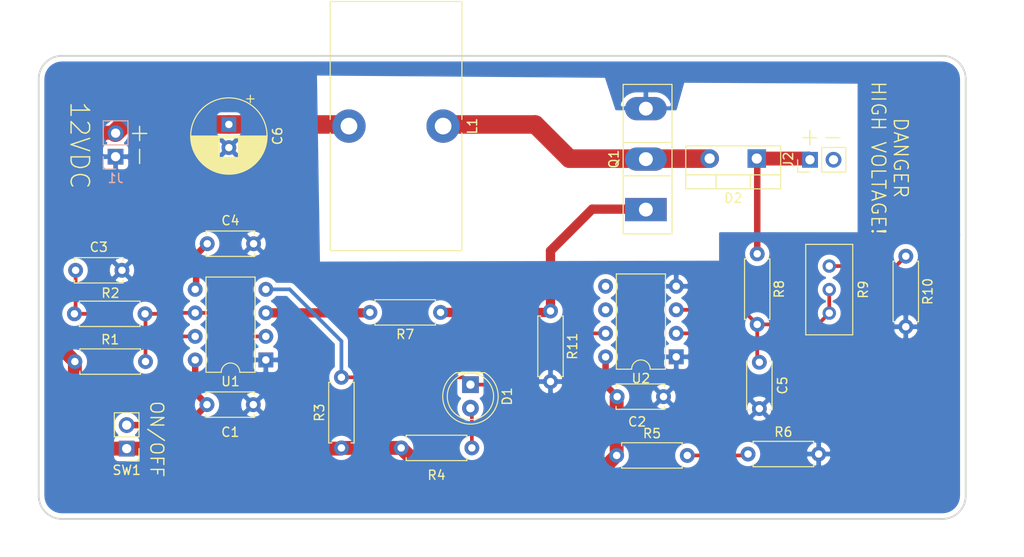
<source format=kicad_pcb>
(kicad_pcb (version 20171130) (host pcbnew "(5.1.10)-1")

  (general
    (thickness 1.6)
    (drawings 13)
    (tracks 86)
    (zones 0)
    (modules 26)
    (nets 17)
  )

  (page A4)
  (layers
    (0 F.Cu signal)
    (31 B.Cu signal)
    (32 B.Adhes user)
    (33 F.Adhes user)
    (34 B.Paste user)
    (35 F.Paste user)
    (36 B.SilkS user)
    (37 F.SilkS user)
    (38 B.Mask user)
    (39 F.Mask user)
    (40 Dwgs.User user)
    (41 Cmts.User user)
    (42 Eco1.User user)
    (43 Eco2.User user)
    (44 Edge.Cuts user)
    (45 Margin user)
    (46 B.CrtYd user)
    (47 F.CrtYd user)
    (48 B.Fab user)
    (49 F.Fab user)
  )

  (setup
    (last_trace_width 0.25)
    (user_trace_width 0.4)
    (user_trace_width 0.5)
    (user_trace_width 0.7)
    (user_trace_width 0.85)
    (user_trace_width 1)
    (user_trace_width 1.5)
    (user_trace_width 2)
    (trace_clearance 0.2)
    (zone_clearance 0.508)
    (zone_45_only no)
    (trace_min 0.2)
    (via_size 0.8)
    (via_drill 0.4)
    (via_min_size 0.4)
    (via_min_drill 0.3)
    (uvia_size 0.3)
    (uvia_drill 0.1)
    (uvias_allowed no)
    (uvia_min_size 0.2)
    (uvia_min_drill 0.1)
    (edge_width 0.05)
    (segment_width 0.2)
    (pcb_text_width 0.3)
    (pcb_text_size 1.5 1.5)
    (mod_edge_width 0.12)
    (mod_text_size 1 1)
    (mod_text_width 0.15)
    (pad_size 1.524 1.524)
    (pad_drill 0.762)
    (pad_to_mask_clearance 0)
    (aux_axis_origin 0 0)
    (visible_elements 7FFFFFFF)
    (pcbplotparams
      (layerselection 0x010fc_ffffffff)
      (usegerberextensions true)
      (usegerberattributes false)
      (usegerberadvancedattributes false)
      (creategerberjobfile false)
      (excludeedgelayer true)
      (linewidth 0.100000)
      (plotframeref false)
      (viasonmask false)
      (mode 1)
      (useauxorigin false)
      (hpglpennumber 1)
      (hpglpenspeed 20)
      (hpglpendiameter 15.000000)
      (psnegative false)
      (psa4output false)
      (plotreference true)
      (plotvalue false)
      (plotinvisibletext false)
      (padsonsilk false)
      (subtractmaskfromsilk true)
      (outputformat 1)
      (mirror false)
      (drillshape 0)
      (scaleselection 1)
      (outputdirectory "boost_gerber/"))
  )

  (net 0 "")
  (net 1 GND)
  (net 2 "Net-(C3-Pad1)")
  (net 3 "Net-(C4-Pad1)")
  (net 4 FB)
  (net 5 "Net-(D1-Pad1)")
  (net 6 "Net-(D1-Pad2)")
  (net 7 "Net-(D2-Pad1)")
  (net 8 "Net-(Q1-Pad1)")
  (net 9 "Net-(R1-Pad2)")
  (net 10 "Net-(R5-Pad2)")
  (net 11 QGate)
  (net 12 "Net-(R10-Pad1)")
  (net 13 "Net-(U2-Pad6)")
  (net 14 "Net-(U2-Pad5)")
  (net 15 "Net-(D2-Pad2)")
  (net 16 dec)

  (net_class Default "This is the default net class."
    (clearance 0.2)
    (trace_width 0.25)
    (via_dia 0.8)
    (via_drill 0.4)
    (uvia_dia 0.3)
    (uvia_drill 0.1)
    (add_net FB)
    (add_net GND)
    (add_net "Net-(C3-Pad1)")
    (add_net "Net-(C4-Pad1)")
    (add_net "Net-(D1-Pad1)")
    (add_net "Net-(D1-Pad2)")
    (add_net "Net-(D2-Pad1)")
    (add_net "Net-(D2-Pad2)")
    (add_net "Net-(Q1-Pad1)")
    (add_net "Net-(R1-Pad2)")
    (add_net "Net-(R10-Pad1)")
    (add_net "Net-(R5-Pad2)")
    (add_net "Net-(U2-Pad5)")
    (add_net "Net-(U2-Pad6)")
    (add_net QGate)
    (add_net dec)
  )

  (module Resistor_THT:R_Axial_DIN0207_L6.3mm_D2.5mm_P7.62mm_Horizontal (layer F.Cu) (tedit 5AE5139B) (tstamp 64BC0A4A)
    (at 111.4044 130.2766 180)
    (descr "Resistor, Axial_DIN0207 series, Axial, Horizontal, pin pitch=7.62mm, 0.25W = 1/4W, length*diameter=6.3*2.5mm^2, http://cdn-reichelt.de/documents/datenblatt/B400/1_4W%23YAG.pdf")
    (tags "Resistor Axial_DIN0207 series Axial Horizontal pin pitch 7.62mm 0.25W = 1/4W length 6.3mm diameter 2.5mm")
    (path /64C52996)
    (fp_text reference R7 (at 3.81 -2.37) (layer F.SilkS)
      (effects (font (size 1 1) (thickness 0.15)))
    )
    (fp_text value 68 (at 3.81 2.37) (layer F.Fab)
      (effects (font (size 1 1) (thickness 0.15)))
    )
    (fp_line (start 0.66 -1.25) (end 0.66 1.25) (layer F.Fab) (width 0.1))
    (fp_line (start 0.66 1.25) (end 6.96 1.25) (layer F.Fab) (width 0.1))
    (fp_line (start 6.96 1.25) (end 6.96 -1.25) (layer F.Fab) (width 0.1))
    (fp_line (start 6.96 -1.25) (end 0.66 -1.25) (layer F.Fab) (width 0.1))
    (fp_line (start 0 0) (end 0.66 0) (layer F.Fab) (width 0.1))
    (fp_line (start 7.62 0) (end 6.96 0) (layer F.Fab) (width 0.1))
    (fp_line (start 0.54 -1.04) (end 0.54 -1.37) (layer F.SilkS) (width 0.12))
    (fp_line (start 0.54 -1.37) (end 7.08 -1.37) (layer F.SilkS) (width 0.12))
    (fp_line (start 7.08 -1.37) (end 7.08 -1.04) (layer F.SilkS) (width 0.12))
    (fp_line (start 0.54 1.04) (end 0.54 1.37) (layer F.SilkS) (width 0.12))
    (fp_line (start 0.54 1.37) (end 7.08 1.37) (layer F.SilkS) (width 0.12))
    (fp_line (start 7.08 1.37) (end 7.08 1.04) (layer F.SilkS) (width 0.12))
    (fp_line (start -1.05 -1.5) (end -1.05 1.5) (layer F.CrtYd) (width 0.05))
    (fp_line (start -1.05 1.5) (end 8.67 1.5) (layer F.CrtYd) (width 0.05))
    (fp_line (start 8.67 1.5) (end 8.67 -1.5) (layer F.CrtYd) (width 0.05))
    (fp_line (start 8.67 -1.5) (end -1.05 -1.5) (layer F.CrtYd) (width 0.05))
    (fp_text user %R (at 3.81 0) (layer F.Fab)
      (effects (font (size 1 1) (thickness 0.15)))
    )
    (pad 2 thru_hole oval (at 7.62 0 180) (size 1.6 1.6) (drill 0.8) (layers *.Cu *.Mask)
      (net 11 QGate))
    (pad 1 thru_hole circle (at 0 0 180) (size 1.6 1.6) (drill 0.8) (layers *.Cu *.Mask)
      (net 8 "Net-(Q1-Pad1)"))
    (model ${KISYS3DMOD}/Resistor_THT.3dshapes/R_Axial_DIN0207_L6.3mm_D2.5mm_P7.62mm_Horizontal.wrl
      (at (xyz 0 0 0))
      (scale (xyz 1 1 1))
      (rotate (xyz 0 0 0))
    )
  )

  (module Capacitor_THT:CP_Radial_D8.0mm_P2.50mm (layer F.Cu) (tedit 5AE50EF0) (tstamp 64BC091B)
    (at 88.5698 109.982 270)
    (descr "CP, Radial series, Radial, pin pitch=2.50mm, , diameter=8mm, Electrolytic Capacitor")
    (tags "CP Radial series Radial pin pitch 2.50mm  diameter 8mm Electrolytic Capacitor")
    (path /64D26983)
    (fp_text reference C6 (at 1.25 -5.25 90) (layer F.SilkS)
      (effects (font (size 1 1) (thickness 0.15)))
    )
    (fp_text value 100u (at 1.25 5.25 90) (layer F.Fab)
      (effects (font (size 1 1) (thickness 0.15)))
    )
    (fp_circle (center 1.25 0) (end 5.25 0) (layer F.Fab) (width 0.1))
    (fp_circle (center 1.25 0) (end 5.37 0) (layer F.SilkS) (width 0.12))
    (fp_circle (center 1.25 0) (end 5.5 0) (layer F.CrtYd) (width 0.05))
    (fp_line (start -2.176759 -1.7475) (end -1.376759 -1.7475) (layer F.Fab) (width 0.1))
    (fp_line (start -1.776759 -2.1475) (end -1.776759 -1.3475) (layer F.Fab) (width 0.1))
    (fp_line (start 1.25 -4.08) (end 1.25 4.08) (layer F.SilkS) (width 0.12))
    (fp_line (start 1.29 -4.08) (end 1.29 4.08) (layer F.SilkS) (width 0.12))
    (fp_line (start 1.33 -4.08) (end 1.33 4.08) (layer F.SilkS) (width 0.12))
    (fp_line (start 1.37 -4.079) (end 1.37 4.079) (layer F.SilkS) (width 0.12))
    (fp_line (start 1.41 -4.077) (end 1.41 4.077) (layer F.SilkS) (width 0.12))
    (fp_line (start 1.45 -4.076) (end 1.45 4.076) (layer F.SilkS) (width 0.12))
    (fp_line (start 1.49 -4.074) (end 1.49 -1.04) (layer F.SilkS) (width 0.12))
    (fp_line (start 1.49 1.04) (end 1.49 4.074) (layer F.SilkS) (width 0.12))
    (fp_line (start 1.53 -4.071) (end 1.53 -1.04) (layer F.SilkS) (width 0.12))
    (fp_line (start 1.53 1.04) (end 1.53 4.071) (layer F.SilkS) (width 0.12))
    (fp_line (start 1.57 -4.068) (end 1.57 -1.04) (layer F.SilkS) (width 0.12))
    (fp_line (start 1.57 1.04) (end 1.57 4.068) (layer F.SilkS) (width 0.12))
    (fp_line (start 1.61 -4.065) (end 1.61 -1.04) (layer F.SilkS) (width 0.12))
    (fp_line (start 1.61 1.04) (end 1.61 4.065) (layer F.SilkS) (width 0.12))
    (fp_line (start 1.65 -4.061) (end 1.65 -1.04) (layer F.SilkS) (width 0.12))
    (fp_line (start 1.65 1.04) (end 1.65 4.061) (layer F.SilkS) (width 0.12))
    (fp_line (start 1.69 -4.057) (end 1.69 -1.04) (layer F.SilkS) (width 0.12))
    (fp_line (start 1.69 1.04) (end 1.69 4.057) (layer F.SilkS) (width 0.12))
    (fp_line (start 1.73 -4.052) (end 1.73 -1.04) (layer F.SilkS) (width 0.12))
    (fp_line (start 1.73 1.04) (end 1.73 4.052) (layer F.SilkS) (width 0.12))
    (fp_line (start 1.77 -4.048) (end 1.77 -1.04) (layer F.SilkS) (width 0.12))
    (fp_line (start 1.77 1.04) (end 1.77 4.048) (layer F.SilkS) (width 0.12))
    (fp_line (start 1.81 -4.042) (end 1.81 -1.04) (layer F.SilkS) (width 0.12))
    (fp_line (start 1.81 1.04) (end 1.81 4.042) (layer F.SilkS) (width 0.12))
    (fp_line (start 1.85 -4.037) (end 1.85 -1.04) (layer F.SilkS) (width 0.12))
    (fp_line (start 1.85 1.04) (end 1.85 4.037) (layer F.SilkS) (width 0.12))
    (fp_line (start 1.89 -4.03) (end 1.89 -1.04) (layer F.SilkS) (width 0.12))
    (fp_line (start 1.89 1.04) (end 1.89 4.03) (layer F.SilkS) (width 0.12))
    (fp_line (start 1.93 -4.024) (end 1.93 -1.04) (layer F.SilkS) (width 0.12))
    (fp_line (start 1.93 1.04) (end 1.93 4.024) (layer F.SilkS) (width 0.12))
    (fp_line (start 1.971 -4.017) (end 1.971 -1.04) (layer F.SilkS) (width 0.12))
    (fp_line (start 1.971 1.04) (end 1.971 4.017) (layer F.SilkS) (width 0.12))
    (fp_line (start 2.011 -4.01) (end 2.011 -1.04) (layer F.SilkS) (width 0.12))
    (fp_line (start 2.011 1.04) (end 2.011 4.01) (layer F.SilkS) (width 0.12))
    (fp_line (start 2.051 -4.002) (end 2.051 -1.04) (layer F.SilkS) (width 0.12))
    (fp_line (start 2.051 1.04) (end 2.051 4.002) (layer F.SilkS) (width 0.12))
    (fp_line (start 2.091 -3.994) (end 2.091 -1.04) (layer F.SilkS) (width 0.12))
    (fp_line (start 2.091 1.04) (end 2.091 3.994) (layer F.SilkS) (width 0.12))
    (fp_line (start 2.131 -3.985) (end 2.131 -1.04) (layer F.SilkS) (width 0.12))
    (fp_line (start 2.131 1.04) (end 2.131 3.985) (layer F.SilkS) (width 0.12))
    (fp_line (start 2.171 -3.976) (end 2.171 -1.04) (layer F.SilkS) (width 0.12))
    (fp_line (start 2.171 1.04) (end 2.171 3.976) (layer F.SilkS) (width 0.12))
    (fp_line (start 2.211 -3.967) (end 2.211 -1.04) (layer F.SilkS) (width 0.12))
    (fp_line (start 2.211 1.04) (end 2.211 3.967) (layer F.SilkS) (width 0.12))
    (fp_line (start 2.251 -3.957) (end 2.251 -1.04) (layer F.SilkS) (width 0.12))
    (fp_line (start 2.251 1.04) (end 2.251 3.957) (layer F.SilkS) (width 0.12))
    (fp_line (start 2.291 -3.947) (end 2.291 -1.04) (layer F.SilkS) (width 0.12))
    (fp_line (start 2.291 1.04) (end 2.291 3.947) (layer F.SilkS) (width 0.12))
    (fp_line (start 2.331 -3.936) (end 2.331 -1.04) (layer F.SilkS) (width 0.12))
    (fp_line (start 2.331 1.04) (end 2.331 3.936) (layer F.SilkS) (width 0.12))
    (fp_line (start 2.371 -3.925) (end 2.371 -1.04) (layer F.SilkS) (width 0.12))
    (fp_line (start 2.371 1.04) (end 2.371 3.925) (layer F.SilkS) (width 0.12))
    (fp_line (start 2.411 -3.914) (end 2.411 -1.04) (layer F.SilkS) (width 0.12))
    (fp_line (start 2.411 1.04) (end 2.411 3.914) (layer F.SilkS) (width 0.12))
    (fp_line (start 2.451 -3.902) (end 2.451 -1.04) (layer F.SilkS) (width 0.12))
    (fp_line (start 2.451 1.04) (end 2.451 3.902) (layer F.SilkS) (width 0.12))
    (fp_line (start 2.491 -3.889) (end 2.491 -1.04) (layer F.SilkS) (width 0.12))
    (fp_line (start 2.491 1.04) (end 2.491 3.889) (layer F.SilkS) (width 0.12))
    (fp_line (start 2.531 -3.877) (end 2.531 -1.04) (layer F.SilkS) (width 0.12))
    (fp_line (start 2.531 1.04) (end 2.531 3.877) (layer F.SilkS) (width 0.12))
    (fp_line (start 2.571 -3.863) (end 2.571 -1.04) (layer F.SilkS) (width 0.12))
    (fp_line (start 2.571 1.04) (end 2.571 3.863) (layer F.SilkS) (width 0.12))
    (fp_line (start 2.611 -3.85) (end 2.611 -1.04) (layer F.SilkS) (width 0.12))
    (fp_line (start 2.611 1.04) (end 2.611 3.85) (layer F.SilkS) (width 0.12))
    (fp_line (start 2.651 -3.835) (end 2.651 -1.04) (layer F.SilkS) (width 0.12))
    (fp_line (start 2.651 1.04) (end 2.651 3.835) (layer F.SilkS) (width 0.12))
    (fp_line (start 2.691 -3.821) (end 2.691 -1.04) (layer F.SilkS) (width 0.12))
    (fp_line (start 2.691 1.04) (end 2.691 3.821) (layer F.SilkS) (width 0.12))
    (fp_line (start 2.731 -3.805) (end 2.731 -1.04) (layer F.SilkS) (width 0.12))
    (fp_line (start 2.731 1.04) (end 2.731 3.805) (layer F.SilkS) (width 0.12))
    (fp_line (start 2.771 -3.79) (end 2.771 -1.04) (layer F.SilkS) (width 0.12))
    (fp_line (start 2.771 1.04) (end 2.771 3.79) (layer F.SilkS) (width 0.12))
    (fp_line (start 2.811 -3.774) (end 2.811 -1.04) (layer F.SilkS) (width 0.12))
    (fp_line (start 2.811 1.04) (end 2.811 3.774) (layer F.SilkS) (width 0.12))
    (fp_line (start 2.851 -3.757) (end 2.851 -1.04) (layer F.SilkS) (width 0.12))
    (fp_line (start 2.851 1.04) (end 2.851 3.757) (layer F.SilkS) (width 0.12))
    (fp_line (start 2.891 -3.74) (end 2.891 -1.04) (layer F.SilkS) (width 0.12))
    (fp_line (start 2.891 1.04) (end 2.891 3.74) (layer F.SilkS) (width 0.12))
    (fp_line (start 2.931 -3.722) (end 2.931 -1.04) (layer F.SilkS) (width 0.12))
    (fp_line (start 2.931 1.04) (end 2.931 3.722) (layer F.SilkS) (width 0.12))
    (fp_line (start 2.971 -3.704) (end 2.971 -1.04) (layer F.SilkS) (width 0.12))
    (fp_line (start 2.971 1.04) (end 2.971 3.704) (layer F.SilkS) (width 0.12))
    (fp_line (start 3.011 -3.686) (end 3.011 -1.04) (layer F.SilkS) (width 0.12))
    (fp_line (start 3.011 1.04) (end 3.011 3.686) (layer F.SilkS) (width 0.12))
    (fp_line (start 3.051 -3.666) (end 3.051 -1.04) (layer F.SilkS) (width 0.12))
    (fp_line (start 3.051 1.04) (end 3.051 3.666) (layer F.SilkS) (width 0.12))
    (fp_line (start 3.091 -3.647) (end 3.091 -1.04) (layer F.SilkS) (width 0.12))
    (fp_line (start 3.091 1.04) (end 3.091 3.647) (layer F.SilkS) (width 0.12))
    (fp_line (start 3.131 -3.627) (end 3.131 -1.04) (layer F.SilkS) (width 0.12))
    (fp_line (start 3.131 1.04) (end 3.131 3.627) (layer F.SilkS) (width 0.12))
    (fp_line (start 3.171 -3.606) (end 3.171 -1.04) (layer F.SilkS) (width 0.12))
    (fp_line (start 3.171 1.04) (end 3.171 3.606) (layer F.SilkS) (width 0.12))
    (fp_line (start 3.211 -3.584) (end 3.211 -1.04) (layer F.SilkS) (width 0.12))
    (fp_line (start 3.211 1.04) (end 3.211 3.584) (layer F.SilkS) (width 0.12))
    (fp_line (start 3.251 -3.562) (end 3.251 -1.04) (layer F.SilkS) (width 0.12))
    (fp_line (start 3.251 1.04) (end 3.251 3.562) (layer F.SilkS) (width 0.12))
    (fp_line (start 3.291 -3.54) (end 3.291 -1.04) (layer F.SilkS) (width 0.12))
    (fp_line (start 3.291 1.04) (end 3.291 3.54) (layer F.SilkS) (width 0.12))
    (fp_line (start 3.331 -3.517) (end 3.331 -1.04) (layer F.SilkS) (width 0.12))
    (fp_line (start 3.331 1.04) (end 3.331 3.517) (layer F.SilkS) (width 0.12))
    (fp_line (start 3.371 -3.493) (end 3.371 -1.04) (layer F.SilkS) (width 0.12))
    (fp_line (start 3.371 1.04) (end 3.371 3.493) (layer F.SilkS) (width 0.12))
    (fp_line (start 3.411 -3.469) (end 3.411 -1.04) (layer F.SilkS) (width 0.12))
    (fp_line (start 3.411 1.04) (end 3.411 3.469) (layer F.SilkS) (width 0.12))
    (fp_line (start 3.451 -3.444) (end 3.451 -1.04) (layer F.SilkS) (width 0.12))
    (fp_line (start 3.451 1.04) (end 3.451 3.444) (layer F.SilkS) (width 0.12))
    (fp_line (start 3.491 -3.418) (end 3.491 -1.04) (layer F.SilkS) (width 0.12))
    (fp_line (start 3.491 1.04) (end 3.491 3.418) (layer F.SilkS) (width 0.12))
    (fp_line (start 3.531 -3.392) (end 3.531 -1.04) (layer F.SilkS) (width 0.12))
    (fp_line (start 3.531 1.04) (end 3.531 3.392) (layer F.SilkS) (width 0.12))
    (fp_line (start 3.571 -3.365) (end 3.571 3.365) (layer F.SilkS) (width 0.12))
    (fp_line (start 3.611 -3.338) (end 3.611 3.338) (layer F.SilkS) (width 0.12))
    (fp_line (start 3.651 -3.309) (end 3.651 3.309) (layer F.SilkS) (width 0.12))
    (fp_line (start 3.691 -3.28) (end 3.691 3.28) (layer F.SilkS) (width 0.12))
    (fp_line (start 3.731 -3.25) (end 3.731 3.25) (layer F.SilkS) (width 0.12))
    (fp_line (start 3.771 -3.22) (end 3.771 3.22) (layer F.SilkS) (width 0.12))
    (fp_line (start 3.811 -3.189) (end 3.811 3.189) (layer F.SilkS) (width 0.12))
    (fp_line (start 3.851 -3.156) (end 3.851 3.156) (layer F.SilkS) (width 0.12))
    (fp_line (start 3.891 -3.124) (end 3.891 3.124) (layer F.SilkS) (width 0.12))
    (fp_line (start 3.931 -3.09) (end 3.931 3.09) (layer F.SilkS) (width 0.12))
    (fp_line (start 3.971 -3.055) (end 3.971 3.055) (layer F.SilkS) (width 0.12))
    (fp_line (start 4.011 -3.019) (end 4.011 3.019) (layer F.SilkS) (width 0.12))
    (fp_line (start 4.051 -2.983) (end 4.051 2.983) (layer F.SilkS) (width 0.12))
    (fp_line (start 4.091 -2.945) (end 4.091 2.945) (layer F.SilkS) (width 0.12))
    (fp_line (start 4.131 -2.907) (end 4.131 2.907) (layer F.SilkS) (width 0.12))
    (fp_line (start 4.171 -2.867) (end 4.171 2.867) (layer F.SilkS) (width 0.12))
    (fp_line (start 4.211 -2.826) (end 4.211 2.826) (layer F.SilkS) (width 0.12))
    (fp_line (start 4.251 -2.784) (end 4.251 2.784) (layer F.SilkS) (width 0.12))
    (fp_line (start 4.291 -2.741) (end 4.291 2.741) (layer F.SilkS) (width 0.12))
    (fp_line (start 4.331 -2.697) (end 4.331 2.697) (layer F.SilkS) (width 0.12))
    (fp_line (start 4.371 -2.651) (end 4.371 2.651) (layer F.SilkS) (width 0.12))
    (fp_line (start 4.411 -2.604) (end 4.411 2.604) (layer F.SilkS) (width 0.12))
    (fp_line (start 4.451 -2.556) (end 4.451 2.556) (layer F.SilkS) (width 0.12))
    (fp_line (start 4.491 -2.505) (end 4.491 2.505) (layer F.SilkS) (width 0.12))
    (fp_line (start 4.531 -2.454) (end 4.531 2.454) (layer F.SilkS) (width 0.12))
    (fp_line (start 4.571 -2.4) (end 4.571 2.4) (layer F.SilkS) (width 0.12))
    (fp_line (start 4.611 -2.345) (end 4.611 2.345) (layer F.SilkS) (width 0.12))
    (fp_line (start 4.651 -2.287) (end 4.651 2.287) (layer F.SilkS) (width 0.12))
    (fp_line (start 4.691 -2.228) (end 4.691 2.228) (layer F.SilkS) (width 0.12))
    (fp_line (start 4.731 -2.166) (end 4.731 2.166) (layer F.SilkS) (width 0.12))
    (fp_line (start 4.771 -2.102) (end 4.771 2.102) (layer F.SilkS) (width 0.12))
    (fp_line (start 4.811 -2.034) (end 4.811 2.034) (layer F.SilkS) (width 0.12))
    (fp_line (start 4.851 -1.964) (end 4.851 1.964) (layer F.SilkS) (width 0.12))
    (fp_line (start 4.891 -1.89) (end 4.891 1.89) (layer F.SilkS) (width 0.12))
    (fp_line (start 4.931 -1.813) (end 4.931 1.813) (layer F.SilkS) (width 0.12))
    (fp_line (start 4.971 -1.731) (end 4.971 1.731) (layer F.SilkS) (width 0.12))
    (fp_line (start 5.011 -1.645) (end 5.011 1.645) (layer F.SilkS) (width 0.12))
    (fp_line (start 5.051 -1.552) (end 5.051 1.552) (layer F.SilkS) (width 0.12))
    (fp_line (start 5.091 -1.453) (end 5.091 1.453) (layer F.SilkS) (width 0.12))
    (fp_line (start 5.131 -1.346) (end 5.131 1.346) (layer F.SilkS) (width 0.12))
    (fp_line (start 5.171 -1.229) (end 5.171 1.229) (layer F.SilkS) (width 0.12))
    (fp_line (start 5.211 -1.098) (end 5.211 1.098) (layer F.SilkS) (width 0.12))
    (fp_line (start 5.251 -0.948) (end 5.251 0.948) (layer F.SilkS) (width 0.12))
    (fp_line (start 5.291 -0.768) (end 5.291 0.768) (layer F.SilkS) (width 0.12))
    (fp_line (start 5.331 -0.533) (end 5.331 0.533) (layer F.SilkS) (width 0.12))
    (fp_line (start -3.159698 -2.315) (end -2.359698 -2.315) (layer F.SilkS) (width 0.12))
    (fp_line (start -2.759698 -2.715) (end -2.759698 -1.915) (layer F.SilkS) (width 0.12))
    (fp_text user %R (at 1.25 0 90) (layer F.Fab)
      (effects (font (size 1 1) (thickness 0.15)))
    )
    (pad 2 thru_hole circle (at 2.5 0 270) (size 1.6 1.6) (drill 0.8) (layers *.Cu *.Mask)
      (net 1 GND))
    (pad 1 thru_hole rect (at 0 0 270) (size 1.6 1.6) (drill 0.8) (layers *.Cu *.Mask)
      (net 16 dec))
    (model ${KISYS3DMOD}/Capacitor_THT.3dshapes/CP_Radial_D8.0mm_P2.50mm.wrl
      (at (xyz 0 0 0))
      (scale (xyz 1 1 1))
      (rotate (xyz 0 0 0))
    )
  )

  (module Package_TO_SOT_THT:TO-220-2_Vertical (layer F.Cu) (tedit 5AC8BA0D) (tstamp 64BC2E9A)
    (at 145.5166 113.665 180)
    (descr "TO-220-2, Vertical, RM 5.08mm, see https://www.centralsemi.com/PDFS/CASE/TO-220-2PD.PDF")
    (tags "TO-220-2 Vertical RM 5.08mm")
    (path /64D70F06)
    (fp_text reference D2 (at 2.54 -4.27) (layer F.SilkS)
      (effects (font (size 1 1) (thickness 0.15)))
    )
    (fp_text value MUR1560 (at 2.54 2.5) (layer F.Fab)
      (effects (font (size 1 1) (thickness 0.15)))
    )
    (fp_line (start -2.46 -3.15) (end -2.46 1.25) (layer F.Fab) (width 0.1))
    (fp_line (start -2.46 1.25) (end 7.54 1.25) (layer F.Fab) (width 0.1))
    (fp_line (start 7.54 1.25) (end 7.54 -3.15) (layer F.Fab) (width 0.1))
    (fp_line (start 7.54 -3.15) (end -2.46 -3.15) (layer F.Fab) (width 0.1))
    (fp_line (start -2.46 -1.88) (end 7.54 -1.88) (layer F.Fab) (width 0.1))
    (fp_line (start 0.69 -3.15) (end 0.69 -1.88) (layer F.Fab) (width 0.1))
    (fp_line (start 4.39 -3.15) (end 4.39 -1.88) (layer F.Fab) (width 0.1))
    (fp_line (start -2.58 -3.27) (end 7.66 -3.27) (layer F.SilkS) (width 0.12))
    (fp_line (start -2.58 1.371) (end 7.66 1.371) (layer F.SilkS) (width 0.12))
    (fp_line (start -2.58 -3.27) (end -2.58 1.371) (layer F.SilkS) (width 0.12))
    (fp_line (start 7.66 -3.27) (end 7.66 1.371) (layer F.SilkS) (width 0.12))
    (fp_line (start -2.58 -1.76) (end 7.66 -1.76) (layer F.SilkS) (width 0.12))
    (fp_line (start 0.69 -3.27) (end 0.69 -1.76) (layer F.SilkS) (width 0.12))
    (fp_line (start 4.391 -3.27) (end 4.391 -1.76) (layer F.SilkS) (width 0.12))
    (fp_line (start -2.71 -3.4) (end -2.71 1.51) (layer F.CrtYd) (width 0.05))
    (fp_line (start -2.71 1.51) (end 7.79 1.51) (layer F.CrtYd) (width 0.05))
    (fp_line (start 7.79 1.51) (end 7.79 -3.4) (layer F.CrtYd) (width 0.05))
    (fp_line (start 7.79 -3.4) (end -2.71 -3.4) (layer F.CrtYd) (width 0.05))
    (fp_text user %R (at 2.54 -4.27) (layer F.Fab)
      (effects (font (size 1 1) (thickness 0.15)))
    )
    (pad 2 thru_hole oval (at 5.08 0 180) (size 2 2) (drill 1.1) (layers *.Cu *.Mask)
      (net 15 "Net-(D2-Pad2)"))
    (pad 1 thru_hole rect (at 0 0 180) (size 2 2) (drill 1.1) (layers *.Cu *.Mask)
      (net 7 "Net-(D2-Pad1)"))
    (model ${KISYS3DMOD}/Package_TO_SOT_THT.3dshapes/TO-220-2_Vertical.wrl
      (at (xyz 0 0 0))
      (scale (xyz 1 1 1))
      (rotate (xyz 0 0 0))
    )
  )

  (module Capacitor_THT:C_Disc_D5.0mm_W2.5mm_P5.00mm (layer F.Cu) (tedit 5AE50EF0) (tstamp 64BC62F3)
    (at 86.2076 140.2334)
    (descr "C, Disc series, Radial, pin pitch=5.00mm, , diameter*width=5*2.5mm^2, Capacitor, http://cdn-reichelt.de/documents/datenblatt/B300/DS_KERKO_TC.pdf")
    (tags "C Disc series Radial pin pitch 5.00mm  diameter 5mm width 2.5mm Capacitor")
    (path /64BB5B91)
    (fp_text reference C1 (at 2.5146 2.9718) (layer F.SilkS)
      (effects (font (size 1 1) (thickness 0.15)))
    )
    (fp_text value 100n (at 2.5 2.5) (layer F.Fab)
      (effects (font (size 1 1) (thickness 0.15)))
    )
    (fp_line (start 6.05 -1.5) (end -1.05 -1.5) (layer F.CrtYd) (width 0.05))
    (fp_line (start 6.05 1.5) (end 6.05 -1.5) (layer F.CrtYd) (width 0.05))
    (fp_line (start -1.05 1.5) (end 6.05 1.5) (layer F.CrtYd) (width 0.05))
    (fp_line (start -1.05 -1.5) (end -1.05 1.5) (layer F.CrtYd) (width 0.05))
    (fp_line (start 5.12 1.055) (end 5.12 1.37) (layer F.SilkS) (width 0.12))
    (fp_line (start 5.12 -1.37) (end 5.12 -1.055) (layer F.SilkS) (width 0.12))
    (fp_line (start -0.12 1.055) (end -0.12 1.37) (layer F.SilkS) (width 0.12))
    (fp_line (start -0.12 -1.37) (end -0.12 -1.055) (layer F.SilkS) (width 0.12))
    (fp_line (start -0.12 1.37) (end 5.12 1.37) (layer F.SilkS) (width 0.12))
    (fp_line (start -0.12 -1.37) (end 5.12 -1.37) (layer F.SilkS) (width 0.12))
    (fp_line (start 5 -1.25) (end 0 -1.25) (layer F.Fab) (width 0.1))
    (fp_line (start 5 1.25) (end 5 -1.25) (layer F.Fab) (width 0.1))
    (fp_line (start 0 1.25) (end 5 1.25) (layer F.Fab) (width 0.1))
    (fp_line (start 0 -1.25) (end 0 1.25) (layer F.Fab) (width 0.1))
    (fp_text user %R (at 2.5 0) (layer F.Fab)
      (effects (font (size 1 1) (thickness 0.15)))
    )
    (pad 1 thru_hole circle (at 0 0) (size 1.6 1.6) (drill 0.8) (layers *.Cu *.Mask)
      (net 16 dec))
    (pad 2 thru_hole circle (at 5 0) (size 1.6 1.6) (drill 0.8) (layers *.Cu *.Mask)
      (net 1 GND))
    (model ${KISYS3DMOD}/Capacitor_THT.3dshapes/C_Disc_D5.0mm_W2.5mm_P5.00mm.wrl
      (at (xyz 0 0 0))
      (scale (xyz 1 1 1))
      (rotate (xyz 0 0 0))
    )
  )

  (module Capacitor_THT:C_Disc_D5.0mm_W2.5mm_P5.00mm (layer F.Cu) (tedit 5AE50EF0) (tstamp 64BC0859)
    (at 130.4582 139.3698)
    (descr "C, Disc series, Radial, pin pitch=5.00mm, , diameter*width=5*2.5mm^2, Capacitor, http://cdn-reichelt.de/documents/datenblatt/B300/DS_KERKO_TC.pdf")
    (tags "C Disc series Radial pin pitch 5.00mm  diameter 5mm width 2.5mm Capacitor")
    (path /64BC9759)
    (fp_text reference C2 (at 2.1552 2.7178) (layer F.SilkS)
      (effects (font (size 1 1) (thickness 0.15)))
    )
    (fp_text value 100n (at 2.5 2.5) (layer F.Fab)
      (effects (font (size 1 1) (thickness 0.15)))
    )
    (fp_line (start 0 -1.25) (end 0 1.25) (layer F.Fab) (width 0.1))
    (fp_line (start 0 1.25) (end 5 1.25) (layer F.Fab) (width 0.1))
    (fp_line (start 5 1.25) (end 5 -1.25) (layer F.Fab) (width 0.1))
    (fp_line (start 5 -1.25) (end 0 -1.25) (layer F.Fab) (width 0.1))
    (fp_line (start -0.12 -1.37) (end 5.12 -1.37) (layer F.SilkS) (width 0.12))
    (fp_line (start -0.12 1.37) (end 5.12 1.37) (layer F.SilkS) (width 0.12))
    (fp_line (start -0.12 -1.37) (end -0.12 -1.055) (layer F.SilkS) (width 0.12))
    (fp_line (start -0.12 1.055) (end -0.12 1.37) (layer F.SilkS) (width 0.12))
    (fp_line (start 5.12 -1.37) (end 5.12 -1.055) (layer F.SilkS) (width 0.12))
    (fp_line (start 5.12 1.055) (end 5.12 1.37) (layer F.SilkS) (width 0.12))
    (fp_line (start -1.05 -1.5) (end -1.05 1.5) (layer F.CrtYd) (width 0.05))
    (fp_line (start -1.05 1.5) (end 6.05 1.5) (layer F.CrtYd) (width 0.05))
    (fp_line (start 6.05 1.5) (end 6.05 -1.5) (layer F.CrtYd) (width 0.05))
    (fp_line (start 6.05 -1.5) (end -1.05 -1.5) (layer F.CrtYd) (width 0.05))
    (fp_text user %R (at 2.206 0) (layer F.Fab)
      (effects (font (size 1 1) (thickness 0.15)))
    )
    (pad 2 thru_hole circle (at 5 0) (size 1.6 1.6) (drill 0.8) (layers *.Cu *.Mask)
      (net 1 GND))
    (pad 1 thru_hole circle (at 0 0) (size 1.6 1.6) (drill 0.8) (layers *.Cu *.Mask)
      (net 16 dec))
    (model ${KISYS3DMOD}/Capacitor_THT.3dshapes/C_Disc_D5.0mm_W2.5mm_P5.00mm.wrl
      (at (xyz 0 0 0))
      (scale (xyz 1 1 1))
      (rotate (xyz 0 0 0))
    )
  )

  (module Capacitor_THT:C_Disc_D5.0mm_W2.5mm_P5.00mm (layer F.Cu) (tedit 5AE50EF0) (tstamp 64BC086E)
    (at 72.0382 125.73)
    (descr "C, Disc series, Radial, pin pitch=5.00mm, , diameter*width=5*2.5mm^2, Capacitor, http://cdn-reichelt.de/documents/datenblatt/B300/DS_KERKO_TC.pdf")
    (tags "C Disc series Radial pin pitch 5.00mm  diameter 5mm width 2.5mm Capacitor")
    (path /64BEE6B9)
    (fp_text reference C3 (at 2.5 -2.5) (layer F.SilkS)
      (effects (font (size 1 1) (thickness 0.15)))
    )
    (fp_text value 10n (at 2.5 2.5) (layer F.Fab)
      (effects (font (size 1 1) (thickness 0.15)))
    )
    (fp_line (start 6.05 -1.5) (end -1.05 -1.5) (layer F.CrtYd) (width 0.05))
    (fp_line (start 6.05 1.5) (end 6.05 -1.5) (layer F.CrtYd) (width 0.05))
    (fp_line (start -1.05 1.5) (end 6.05 1.5) (layer F.CrtYd) (width 0.05))
    (fp_line (start -1.05 -1.5) (end -1.05 1.5) (layer F.CrtYd) (width 0.05))
    (fp_line (start 5.12 1.055) (end 5.12 1.37) (layer F.SilkS) (width 0.12))
    (fp_line (start 5.12 -1.37) (end 5.12 -1.055) (layer F.SilkS) (width 0.12))
    (fp_line (start -0.12 1.055) (end -0.12 1.37) (layer F.SilkS) (width 0.12))
    (fp_line (start -0.12 -1.37) (end -0.12 -1.055) (layer F.SilkS) (width 0.12))
    (fp_line (start -0.12 1.37) (end 5.12 1.37) (layer F.SilkS) (width 0.12))
    (fp_line (start -0.12 -1.37) (end 5.12 -1.37) (layer F.SilkS) (width 0.12))
    (fp_line (start 5 -1.25) (end 0 -1.25) (layer F.Fab) (width 0.1))
    (fp_line (start 5 1.25) (end 5 -1.25) (layer F.Fab) (width 0.1))
    (fp_line (start 0 1.25) (end 5 1.25) (layer F.Fab) (width 0.1))
    (fp_line (start 0 -1.25) (end 0 1.25) (layer F.Fab) (width 0.1))
    (fp_text user %R (at 2.5 0) (layer F.Fab)
      (effects (font (size 1 1) (thickness 0.15)))
    )
    (pad 1 thru_hole circle (at 0 0) (size 1.6 1.6) (drill 0.8) (layers *.Cu *.Mask)
      (net 2 "Net-(C3-Pad1)"))
    (pad 2 thru_hole circle (at 5 0) (size 1.6 1.6) (drill 0.8) (layers *.Cu *.Mask)
      (net 1 GND))
    (model ${KISYS3DMOD}/Capacitor_THT.3dshapes/C_Disc_D5.0mm_W2.5mm_P5.00mm.wrl
      (at (xyz 0 0 0))
      (scale (xyz 1 1 1))
      (rotate (xyz 0 0 0))
    )
  )

  (module Capacitor_THT:C_Disc_D5.0mm_W2.5mm_P5.00mm (layer F.Cu) (tedit 5AE50EF0) (tstamp 64BC0883)
    (at 86.2368 122.8598)
    (descr "C, Disc series, Radial, pin pitch=5.00mm, , diameter*width=5*2.5mm^2, Capacitor, http://cdn-reichelt.de/documents/datenblatt/B300/DS_KERKO_TC.pdf")
    (tags "C Disc series Radial pin pitch 5.00mm  diameter 5mm width 2.5mm Capacitor")
    (path /64BFA649)
    (fp_text reference C4 (at 2.5 -2.5) (layer F.SilkS)
      (effects (font (size 1 1) (thickness 0.15)))
    )
    (fp_text value 10n (at 2.5 2.5) (layer F.Fab)
      (effects (font (size 1 1) (thickness 0.15)))
    )
    (fp_line (start 0 -1.25) (end 0 1.25) (layer F.Fab) (width 0.1))
    (fp_line (start 0 1.25) (end 5 1.25) (layer F.Fab) (width 0.1))
    (fp_line (start 5 1.25) (end 5 -1.25) (layer F.Fab) (width 0.1))
    (fp_line (start 5 -1.25) (end 0 -1.25) (layer F.Fab) (width 0.1))
    (fp_line (start -0.12 -1.37) (end 5.12 -1.37) (layer F.SilkS) (width 0.12))
    (fp_line (start -0.12 1.37) (end 5.12 1.37) (layer F.SilkS) (width 0.12))
    (fp_line (start -0.12 -1.37) (end -0.12 -1.055) (layer F.SilkS) (width 0.12))
    (fp_line (start -0.12 1.055) (end -0.12 1.37) (layer F.SilkS) (width 0.12))
    (fp_line (start 5.12 -1.37) (end 5.12 -1.055) (layer F.SilkS) (width 0.12))
    (fp_line (start 5.12 1.055) (end 5.12 1.37) (layer F.SilkS) (width 0.12))
    (fp_line (start -1.05 -1.5) (end -1.05 1.5) (layer F.CrtYd) (width 0.05))
    (fp_line (start -1.05 1.5) (end 6.05 1.5) (layer F.CrtYd) (width 0.05))
    (fp_line (start 6.05 1.5) (end 6.05 -1.5) (layer F.CrtYd) (width 0.05))
    (fp_line (start 6.05 -1.5) (end -1.05 -1.5) (layer F.CrtYd) (width 0.05))
    (fp_text user %R (at 2.5 0) (layer F.Fab)
      (effects (font (size 1 1) (thickness 0.15)))
    )
    (pad 2 thru_hole circle (at 5 0) (size 1.6 1.6) (drill 0.8) (layers *.Cu *.Mask)
      (net 1 GND))
    (pad 1 thru_hole circle (at 0 0) (size 1.6 1.6) (drill 0.8) (layers *.Cu *.Mask)
      (net 3 "Net-(C4-Pad1)"))
    (model ${KISYS3DMOD}/Capacitor_THT.3dshapes/C_Disc_D5.0mm_W2.5mm_P5.00mm.wrl
      (at (xyz 0 0 0))
      (scale (xyz 1 1 1))
      (rotate (xyz 0 0 0))
    )
  )

  (module Capacitor_THT:C_Disc_D5.0mm_W2.5mm_P5.00mm (layer F.Cu) (tedit 5AE50EF0) (tstamp 64BC0898)
    (at 145.796 135.6614 270)
    (descr "C, Disc series, Radial, pin pitch=5.00mm, , diameter*width=5*2.5mm^2, Capacitor, http://cdn-reichelt.de/documents/datenblatt/B300/DS_KERKO_TC.pdf")
    (tags "C Disc series Radial pin pitch 5.00mm  diameter 5mm width 2.5mm Capacitor")
    (path /64C1E1AC)
    (fp_text reference C5 (at 2.5 -2.5 90) (layer F.SilkS)
      (effects (font (size 1 1) (thickness 0.15)))
    )
    (fp_text value 1n (at 2.5 2.5 90) (layer F.Fab)
      (effects (font (size 1 1) (thickness 0.15)))
    )
    (fp_line (start 6.05 -1.5) (end -1.05 -1.5) (layer F.CrtYd) (width 0.05))
    (fp_line (start 6.05 1.5) (end 6.05 -1.5) (layer F.CrtYd) (width 0.05))
    (fp_line (start -1.05 1.5) (end 6.05 1.5) (layer F.CrtYd) (width 0.05))
    (fp_line (start -1.05 -1.5) (end -1.05 1.5) (layer F.CrtYd) (width 0.05))
    (fp_line (start 5.12 1.055) (end 5.12 1.37) (layer F.SilkS) (width 0.12))
    (fp_line (start 5.12 -1.37) (end 5.12 -1.055) (layer F.SilkS) (width 0.12))
    (fp_line (start -0.12 1.055) (end -0.12 1.37) (layer F.SilkS) (width 0.12))
    (fp_line (start -0.12 -1.37) (end -0.12 -1.055) (layer F.SilkS) (width 0.12))
    (fp_line (start -0.12 1.37) (end 5.12 1.37) (layer F.SilkS) (width 0.12))
    (fp_line (start -0.12 -1.37) (end 5.12 -1.37) (layer F.SilkS) (width 0.12))
    (fp_line (start 5 -1.25) (end 0 -1.25) (layer F.Fab) (width 0.1))
    (fp_line (start 5 1.25) (end 5 -1.25) (layer F.Fab) (width 0.1))
    (fp_line (start 0 1.25) (end 5 1.25) (layer F.Fab) (width 0.1))
    (fp_line (start 0 -1.25) (end 0 1.25) (layer F.Fab) (width 0.1))
    (fp_text user %R (at 2.5 0 90) (layer F.Fab)
      (effects (font (size 1 1) (thickness 0.15)))
    )
    (pad 1 thru_hole circle (at 0 0 270) (size 1.6 1.6) (drill 0.8) (layers *.Cu *.Mask)
      (net 4 FB))
    (pad 2 thru_hole circle (at 5 0 270) (size 1.6 1.6) (drill 0.8) (layers *.Cu *.Mask)
      (net 1 GND))
    (model ${KISYS3DMOD}/Capacitor_THT.3dshapes/C_Disc_D5.0mm_W2.5mm_P5.00mm.wrl
      (at (xyz 0 0 0))
      (scale (xyz 1 1 1))
      (rotate (xyz 0 0 0))
    )
  )

  (module LED_THT:LED_D5.0mm (layer F.Cu) (tedit 5995936A) (tstamp 64BC092D)
    (at 114.6302 138.0744 270)
    (descr "LED, diameter 5.0mm, 2 pins, http://cdn-reichelt.de/documents/datenblatt/A500/LL-504BC2E-009.pdf")
    (tags "LED diameter 5.0mm 2 pins")
    (path /64BBCF7C)
    (fp_text reference D1 (at 1.27 -3.96 90) (layer F.SilkS)
      (effects (font (size 1 1) (thickness 0.15)))
    )
    (fp_text value Charged (at 1.27 3.96 90) (layer F.Fab)
      (effects (font (size 1 1) (thickness 0.15)))
    )
    (fp_line (start 4.5 -3.25) (end -1.95 -3.25) (layer F.CrtYd) (width 0.05))
    (fp_line (start 4.5 3.25) (end 4.5 -3.25) (layer F.CrtYd) (width 0.05))
    (fp_line (start -1.95 3.25) (end 4.5 3.25) (layer F.CrtYd) (width 0.05))
    (fp_line (start -1.95 -3.25) (end -1.95 3.25) (layer F.CrtYd) (width 0.05))
    (fp_line (start -1.29 -1.545) (end -1.29 1.545) (layer F.SilkS) (width 0.12))
    (fp_line (start -1.23 -1.469694) (end -1.23 1.469694) (layer F.Fab) (width 0.1))
    (fp_circle (center 1.27 0) (end 3.77 0) (layer F.SilkS) (width 0.12))
    (fp_circle (center 1.27 0) (end 3.77 0) (layer F.Fab) (width 0.1))
    (fp_arc (start 1.27 0) (end -1.23 -1.469694) (angle 299.1) (layer F.Fab) (width 0.1))
    (fp_arc (start 1.27 0) (end -1.29 -1.54483) (angle 148.9) (layer F.SilkS) (width 0.12))
    (fp_arc (start 1.27 0) (end -1.29 1.54483) (angle -148.9) (layer F.SilkS) (width 0.12))
    (fp_text user %R (at 1.25 0 90) (layer F.Fab)
      (effects (font (size 0.8 0.8) (thickness 0.2)))
    )
    (pad 1 thru_hole rect (at 0 0 270) (size 1.8 1.8) (drill 0.9) (layers *.Cu *.Mask)
      (net 5 "Net-(D1-Pad1)"))
    (pad 2 thru_hole circle (at 2.54 0 270) (size 1.8 1.8) (drill 0.9) (layers *.Cu *.Mask)
      (net 6 "Net-(D1-Pad2)"))
    (model ${KISYS3DMOD}/LED_THT.3dshapes/LED_D5.0mm.wrl
      (at (xyz 0 0 0))
      (scale (xyz 1 1 1))
      (rotate (xyz 0 0 0))
    )
  )

  (module Connector_PinHeader_2.54mm:PinHeader_1x02_P2.54mm_Vertical (layer B.Cu) (tedit 59FED5CC) (tstamp 64BC095C)
    (at 76.3524 113.4618)
    (descr "Through hole straight pin header, 1x02, 2.54mm pitch, single row")
    (tags "Through hole pin header THT 1x02 2.54mm single row")
    (path /64D2416C)
    (fp_text reference J1 (at 0 2.33) (layer B.SilkS)
      (effects (font (size 1 1) (thickness 0.15)) (justify mirror))
    )
    (fp_text value Power (at 0 -4.87) (layer B.Fab)
      (effects (font (size 1 1) (thickness 0.15)) (justify mirror))
    )
    (fp_line (start 1.8 1.8) (end -1.8 1.8) (layer B.CrtYd) (width 0.05))
    (fp_line (start 1.8 -4.35) (end 1.8 1.8) (layer B.CrtYd) (width 0.05))
    (fp_line (start -1.8 -4.35) (end 1.8 -4.35) (layer B.CrtYd) (width 0.05))
    (fp_line (start -1.8 1.8) (end -1.8 -4.35) (layer B.CrtYd) (width 0.05))
    (fp_line (start -1.33 1.33) (end 0 1.33) (layer B.SilkS) (width 0.12))
    (fp_line (start -1.33 0) (end -1.33 1.33) (layer B.SilkS) (width 0.12))
    (fp_line (start -1.33 -1.27) (end 1.33 -1.27) (layer B.SilkS) (width 0.12))
    (fp_line (start 1.33 -1.27) (end 1.33 -3.87) (layer B.SilkS) (width 0.12))
    (fp_line (start -1.33 -1.27) (end -1.33 -3.87) (layer B.SilkS) (width 0.12))
    (fp_line (start -1.33 -3.87) (end 1.33 -3.87) (layer B.SilkS) (width 0.12))
    (fp_line (start -1.27 0.635) (end -0.635 1.27) (layer B.Fab) (width 0.1))
    (fp_line (start -1.27 -3.81) (end -1.27 0.635) (layer B.Fab) (width 0.1))
    (fp_line (start 1.27 -3.81) (end -1.27 -3.81) (layer B.Fab) (width 0.1))
    (fp_line (start 1.27 1.27) (end 1.27 -3.81) (layer B.Fab) (width 0.1))
    (fp_line (start -0.635 1.27) (end 1.27 1.27) (layer B.Fab) (width 0.1))
    (fp_text user %R (at 0 -1.27 270) (layer B.Fab)
      (effects (font (size 1 1) (thickness 0.15)) (justify mirror))
    )
    (pad 1 thru_hole rect (at 0 0) (size 1.7 1.7) (drill 1) (layers *.Cu *.Mask)
      (net 1 GND))
    (pad 2 thru_hole oval (at 0 -2.54) (size 1.7 1.7) (drill 1) (layers *.Cu *.Mask)
      (net 16 dec))
    (model ${KISYS3DMOD}/Connector_PinHeader_2.54mm.3dshapes/PinHeader_1x02_P2.54mm_Vertical.wrl
      (at (xyz 0 0 0))
      (scale (xyz 1 1 1))
      (rotate (xyz 0 0 0))
    )
  )

  (module Connector_PinHeader_2.54mm:PinHeader_1x02_P2.54mm_Vertical (layer F.Cu) (tedit 59FED5CC) (tstamp 64BC0972)
    (at 151.257 113.792 90)
    (descr "Through hole straight pin header, 1x02, 2.54mm pitch, single row")
    (tags "Through hole pin header THT 1x02 2.54mm single row")
    (path /64D0E260)
    (fp_text reference J2 (at 0 -2.33 90) (layer F.SilkS)
      (effects (font (size 1 1) (thickness 0.15)))
    )
    (fp_text value "HV Cap" (at 0 4.87 90) (layer F.Fab)
      (effects (font (size 1 1) (thickness 0.15)))
    )
    (fp_line (start 1.8 -1.8) (end -1.8 -1.8) (layer F.CrtYd) (width 0.05))
    (fp_line (start 1.8 4.35) (end 1.8 -1.8) (layer F.CrtYd) (width 0.05))
    (fp_line (start -1.8 4.35) (end 1.8 4.35) (layer F.CrtYd) (width 0.05))
    (fp_line (start -1.8 -1.8) (end -1.8 4.35) (layer F.CrtYd) (width 0.05))
    (fp_line (start -1.33 -1.33) (end 0 -1.33) (layer F.SilkS) (width 0.12))
    (fp_line (start -1.33 0) (end -1.33 -1.33) (layer F.SilkS) (width 0.12))
    (fp_line (start -1.33 1.27) (end 1.33 1.27) (layer F.SilkS) (width 0.12))
    (fp_line (start 1.33 1.27) (end 1.33 3.87) (layer F.SilkS) (width 0.12))
    (fp_line (start -1.33 1.27) (end -1.33 3.87) (layer F.SilkS) (width 0.12))
    (fp_line (start -1.33 3.87) (end 1.33 3.87) (layer F.SilkS) (width 0.12))
    (fp_line (start -1.27 -0.635) (end -0.635 -1.27) (layer F.Fab) (width 0.1))
    (fp_line (start -1.27 3.81) (end -1.27 -0.635) (layer F.Fab) (width 0.1))
    (fp_line (start 1.27 3.81) (end -1.27 3.81) (layer F.Fab) (width 0.1))
    (fp_line (start 1.27 -1.27) (end 1.27 3.81) (layer F.Fab) (width 0.1))
    (fp_line (start -0.635 -1.27) (end 1.27 -1.27) (layer F.Fab) (width 0.1))
    (fp_text user %R (at -3.0734 0.381 90) (layer F.Fab)
      (effects (font (size 1 1) (thickness 0.15)))
    )
    (pad 1 thru_hole rect (at 0 0 90) (size 1.7 1.7) (drill 1) (layers *.Cu *.Mask)
      (net 7 "Net-(D2-Pad1)"))
    (pad 2 thru_hole oval (at 0 2.54 90) (size 1.7 1.7) (drill 1) (layers *.Cu *.Mask)
      (net 1 GND))
    (model ${KISYS3DMOD}/Connector_PinHeader_2.54mm.3dshapes/PinHeader_1x02_P2.54mm_Vertical.wrl
      (at (xyz 0 0 0))
      (scale (xyz 1 1 1))
      (rotate (xyz 0 0 0))
    )
  )

  (module Inductor_THT:L_Toroid_Vertical_L26.7mm_W14.0mm_P10.16mm_Pulse_D (layer F.Cu) (tedit 5AE59B06) (tstamp 64BC0991)
    (at 111.6838 110.1598 270)
    (descr "L_Toroid, Vertical series, Radial, pin pitch=10.16mm, , length*width=26.67*13.97mm^2, Pulse, D, http://datasheet.octopart.com/PE-92112KNL-Pulse-datasheet-17853305.pdf")
    (tags "L_Toroid Vertical series Radial pin pitch 10.16mm  length 26.67mm width 13.97mm Pulse D")
    (path /64C3A6EE)
    (fp_text reference L1 (at 0 -3.155 90) (layer F.SilkS)
      (effects (font (size 1 1) (thickness 0.15)))
    )
    (fp_text value 150uH (at 0 13.315 90) (layer F.Fab)
      (effects (font (size 1 1) (thickness 0.15)))
    )
    (fp_line (start 13.59 -2.16) (end -13.59 -2.16) (layer F.CrtYd) (width 0.05))
    (fp_line (start 13.59 12.32) (end 13.59 -2.16) (layer F.CrtYd) (width 0.05))
    (fp_line (start -13.59 12.32) (end 13.59 12.32) (layer F.CrtYd) (width 0.05))
    (fp_line (start -13.59 -2.16) (end -13.59 12.32) (layer F.CrtYd) (width 0.05))
    (fp_line (start 13.455 -2.025) (end 13.455 12.185) (layer F.SilkS) (width 0.12))
    (fp_line (start -13.455 -2.025) (end -13.455 12.185) (layer F.SilkS) (width 0.12))
    (fp_line (start 0.725 12.185) (end 13.455 12.185) (layer F.SilkS) (width 0.12))
    (fp_line (start -13.455 12.185) (end -0.725 12.185) (layer F.SilkS) (width 0.12))
    (fp_line (start 0.725 -2.025) (end 13.455 -2.025) (layer F.SilkS) (width 0.12))
    (fp_line (start -13.455 -2.025) (end -0.725 -2.025) (layer F.SilkS) (width 0.12))
    (fp_line (start 10.668 -1.905) (end 12.0015 12.065) (layer F.Fab) (width 0.1))
    (fp_line (start 8.001 -1.905) (end 9.3345 12.065) (layer F.Fab) (width 0.1))
    (fp_line (start 5.334 -1.905) (end 6.6675 12.065) (layer F.Fab) (width 0.1))
    (fp_line (start 2.667 -1.905) (end 4.0005 12.065) (layer F.Fab) (width 0.1))
    (fp_line (start 0 -1.905) (end 1.3335 12.065) (layer F.Fab) (width 0.1))
    (fp_line (start -2.667 -1.905) (end -1.3335 12.065) (layer F.Fab) (width 0.1))
    (fp_line (start -5.334 -1.905) (end -4.0005 12.065) (layer F.Fab) (width 0.1))
    (fp_line (start -8.001 -1.905) (end -6.6675 12.065) (layer F.Fab) (width 0.1))
    (fp_line (start -10.668 -1.905) (end -9.3345 12.065) (layer F.Fab) (width 0.1))
    (fp_line (start -13.335 -1.905) (end -12.0015 12.065) (layer F.Fab) (width 0.1))
    (fp_line (start 13.335 -1.905) (end -13.335 -1.905) (layer F.Fab) (width 0.1))
    (fp_line (start 13.335 12.065) (end 13.335 -1.905) (layer F.Fab) (width 0.1))
    (fp_line (start -13.335 12.065) (end 13.335 12.065) (layer F.Fab) (width 0.1))
    (fp_line (start -13.335 -1.905) (end -13.335 12.065) (layer F.Fab) (width 0.1))
    (fp_text user %R (at 5.08 0 90) (layer F.Fab)
      (effects (font (size 1 1) (thickness 0.15)))
    )
    (pad 1 thru_hole circle (at 0 0 270) (size 3.6 3.6) (drill 1.8) (layers *.Cu *.Mask)
      (net 15 "Net-(D2-Pad2)"))
    (pad 2 thru_hole circle (at 0 10.16 270) (size 3.6 3.6) (drill 1.8) (layers *.Cu *.Mask)
      (net 16 dec))
    (model ${KISYS3DMOD}/Inductor_THT.3dshapes/L_Toroid_Vertical_L26.7mm_W14.0mm_P10.16mm_Pulse_D.wrl
      (at (xyz 0 0 0))
      (scale (xyz 1 1 1))
      (rotate (xyz 0 0 0))
    )
  )

  (module Package_TO_SOT_THT:TO-247-3_Vertical (layer F.Cu) (tedit 5AC86DC3) (tstamp 64BC09A9)
    (at 133.5532 119.1768 90)
    (descr "TO-247-3, Vertical, RM 5.45mm, see https://toshiba.semicon-storage.com/us/product/mosfet/to-247-4l.html")
    (tags "TO-247-3 Vertical RM 5.45mm")
    (path /64BB0A11)
    (fp_text reference Q1 (at 5.45 -3.45 90) (layer F.SilkS)
      (effects (font (size 1 1) (thickness 0.15)))
    )
    (fp_text value IRFP460 (at 5.45 3.95 90) (layer F.Fab)
      (effects (font (size 1 1) (thickness 0.15)))
    )
    (fp_line (start 13.65 -2.59) (end -2.75 -2.59) (layer F.CrtYd) (width 0.05))
    (fp_line (start 13.65 2.95) (end 13.65 -2.59) (layer F.CrtYd) (width 0.05))
    (fp_line (start -2.75 2.95) (end 13.65 2.95) (layer F.CrtYd) (width 0.05))
    (fp_line (start -2.75 -2.59) (end -2.75 2.95) (layer F.CrtYd) (width 0.05))
    (fp_line (start 7.255 -2.451) (end 7.255 2.82) (layer F.SilkS) (width 0.12))
    (fp_line (start 3.646 -2.451) (end 3.646 2.82) (layer F.SilkS) (width 0.12))
    (fp_line (start 13.52 -2.451) (end 13.52 2.82) (layer F.SilkS) (width 0.12))
    (fp_line (start -2.62 -2.451) (end -2.62 2.82) (layer F.SilkS) (width 0.12))
    (fp_line (start -2.62 2.82) (end 13.52 2.82) (layer F.SilkS) (width 0.12))
    (fp_line (start -2.62 -2.451) (end 13.52 -2.451) (layer F.SilkS) (width 0.12))
    (fp_line (start 7.255 -2.33) (end 7.255 2.7) (layer F.Fab) (width 0.1))
    (fp_line (start 3.645 -2.33) (end 3.645 2.7) (layer F.Fab) (width 0.1))
    (fp_line (start 13.4 -2.33) (end -2.5 -2.33) (layer F.Fab) (width 0.1))
    (fp_line (start 13.4 2.7) (end 13.4 -2.33) (layer F.Fab) (width 0.1))
    (fp_line (start -2.5 2.7) (end 13.4 2.7) (layer F.Fab) (width 0.1))
    (fp_line (start -2.5 -2.33) (end -2.5 2.7) (layer F.Fab) (width 0.1))
    (fp_text user %R (at 5.45 -3.45 90) (layer F.Fab)
      (effects (font (size 1 1) (thickness 0.15)))
    )
    (pad 1 thru_hole rect (at 0 0 90) (size 2.5 4.5) (drill 1.5) (layers *.Cu *.Mask)
      (net 8 "Net-(Q1-Pad1)"))
    (pad 2 thru_hole oval (at 5.45 0 90) (size 2.5 4.5) (drill 1.5) (layers *.Cu *.Mask)
      (net 15 "Net-(D2-Pad2)"))
    (pad 3 thru_hole oval (at 10.9 0 90) (size 2.5 4.5) (drill 1.5) (layers *.Cu *.Mask)
      (net 1 GND))
    (model ${KISYS3DMOD}/Package_TO_SOT_THT.3dshapes/TO-247-3_Vertical.wrl
      (at (xyz 0 0 0))
      (scale (xyz 1 1 1))
      (rotate (xyz 0 0 0))
    )
  )

  (module Resistor_THT:R_Axial_DIN0207_L6.3mm_D2.5mm_P7.62mm_Horizontal (layer F.Cu) (tedit 5AE5139B) (tstamp 64BC09C0)
    (at 71.9582 135.5852)
    (descr "Resistor, Axial_DIN0207 series, Axial, Horizontal, pin pitch=7.62mm, 0.25W = 1/4W, length*diameter=6.3*2.5mm^2, http://cdn-reichelt.de/documents/datenblatt/B400/1_4W%23YAG.pdf")
    (tags "Resistor Axial_DIN0207 series Axial Horizontal pin pitch 7.62mm 0.25W = 1/4W length 6.3mm diameter 2.5mm")
    (path /64BE1270)
    (fp_text reference R1 (at 3.81 -2.37) (layer F.SilkS)
      (effects (font (size 1 1) (thickness 0.15)))
    )
    (fp_text value 4.7k (at 3.81 2.37) (layer F.Fab)
      (effects (font (size 1 1) (thickness 0.15)))
    )
    (fp_line (start 0.66 -1.25) (end 0.66 1.25) (layer F.Fab) (width 0.1))
    (fp_line (start 0.66 1.25) (end 6.96 1.25) (layer F.Fab) (width 0.1))
    (fp_line (start 6.96 1.25) (end 6.96 -1.25) (layer F.Fab) (width 0.1))
    (fp_line (start 6.96 -1.25) (end 0.66 -1.25) (layer F.Fab) (width 0.1))
    (fp_line (start 0 0) (end 0.66 0) (layer F.Fab) (width 0.1))
    (fp_line (start 7.62 0) (end 6.96 0) (layer F.Fab) (width 0.1))
    (fp_line (start 0.54 -1.04) (end 0.54 -1.37) (layer F.SilkS) (width 0.12))
    (fp_line (start 0.54 -1.37) (end 7.08 -1.37) (layer F.SilkS) (width 0.12))
    (fp_line (start 7.08 -1.37) (end 7.08 -1.04) (layer F.SilkS) (width 0.12))
    (fp_line (start 0.54 1.04) (end 0.54 1.37) (layer F.SilkS) (width 0.12))
    (fp_line (start 0.54 1.37) (end 7.08 1.37) (layer F.SilkS) (width 0.12))
    (fp_line (start 7.08 1.37) (end 7.08 1.04) (layer F.SilkS) (width 0.12))
    (fp_line (start -1.05 -1.5) (end -1.05 1.5) (layer F.CrtYd) (width 0.05))
    (fp_line (start -1.05 1.5) (end 8.67 1.5) (layer F.CrtYd) (width 0.05))
    (fp_line (start 8.67 1.5) (end 8.67 -1.5) (layer F.CrtYd) (width 0.05))
    (fp_line (start 8.67 -1.5) (end -1.05 -1.5) (layer F.CrtYd) (width 0.05))
    (fp_text user %R (at 3.81 0) (layer F.Fab)
      (effects (font (size 1 1) (thickness 0.15)))
    )
    (pad 2 thru_hole oval (at 7.62 0) (size 1.6 1.6) (drill 0.8) (layers *.Cu *.Mask)
      (net 9 "Net-(R1-Pad2)"))
    (pad 1 thru_hole circle (at 0 0) (size 1.6 1.6) (drill 0.8) (layers *.Cu *.Mask)
      (net 16 dec))
    (model ${KISYS3DMOD}/Resistor_THT.3dshapes/R_Axial_DIN0207_L6.3mm_D2.5mm_P7.62mm_Horizontal.wrl
      (at (xyz 0 0 0))
      (scale (xyz 1 1 1))
      (rotate (xyz 0 0 0))
    )
  )

  (module Resistor_THT:R_Axial_DIN0207_L6.3mm_D2.5mm_P7.62mm_Horizontal (layer F.Cu) (tedit 5AE5139B) (tstamp 64BC09D7)
    (at 79.5274 130.429 180)
    (descr "Resistor, Axial_DIN0207 series, Axial, Horizontal, pin pitch=7.62mm, 0.25W = 1/4W, length*diameter=6.3*2.5mm^2, http://cdn-reichelt.de/documents/datenblatt/B400/1_4W%23YAG.pdf")
    (tags "Resistor Axial_DIN0207 series Axial Horizontal pin pitch 7.62mm 0.25W = 1/4W length 6.3mm diameter 2.5mm")
    (path /64BEA9E7)
    (fp_text reference R2 (at 3.7338 2.2352) (layer F.SilkS)
      (effects (font (size 1 1) (thickness 0.15)))
    )
    (fp_text value 15k (at 3.81 2.37) (layer F.Fab)
      (effects (font (size 1 1) (thickness 0.15)))
    )
    (fp_line (start 8.67 -1.5) (end -1.05 -1.5) (layer F.CrtYd) (width 0.05))
    (fp_line (start 8.67 1.5) (end 8.67 -1.5) (layer F.CrtYd) (width 0.05))
    (fp_line (start -1.05 1.5) (end 8.67 1.5) (layer F.CrtYd) (width 0.05))
    (fp_line (start -1.05 -1.5) (end -1.05 1.5) (layer F.CrtYd) (width 0.05))
    (fp_line (start 7.08 1.37) (end 7.08 1.04) (layer F.SilkS) (width 0.12))
    (fp_line (start 0.54 1.37) (end 7.08 1.37) (layer F.SilkS) (width 0.12))
    (fp_line (start 0.54 1.04) (end 0.54 1.37) (layer F.SilkS) (width 0.12))
    (fp_line (start 7.08 -1.37) (end 7.08 -1.04) (layer F.SilkS) (width 0.12))
    (fp_line (start 0.54 -1.37) (end 7.08 -1.37) (layer F.SilkS) (width 0.12))
    (fp_line (start 0.54 -1.04) (end 0.54 -1.37) (layer F.SilkS) (width 0.12))
    (fp_line (start 7.62 0) (end 6.96 0) (layer F.Fab) (width 0.1))
    (fp_line (start 0 0) (end 0.66 0) (layer F.Fab) (width 0.1))
    (fp_line (start 6.96 -1.25) (end 0.66 -1.25) (layer F.Fab) (width 0.1))
    (fp_line (start 6.96 1.25) (end 6.96 -1.25) (layer F.Fab) (width 0.1))
    (fp_line (start 0.66 1.25) (end 6.96 1.25) (layer F.Fab) (width 0.1))
    (fp_line (start 0.66 -1.25) (end 0.66 1.25) (layer F.Fab) (width 0.1))
    (fp_text user %R (at 3.81 0) (layer F.Fab)
      (effects (font (size 1 1) (thickness 0.15)))
    )
    (pad 1 thru_hole circle (at 0 0 180) (size 1.6 1.6) (drill 0.8) (layers *.Cu *.Mask)
      (net 9 "Net-(R1-Pad2)"))
    (pad 2 thru_hole oval (at 7.62 0 180) (size 1.6 1.6) (drill 0.8) (layers *.Cu *.Mask)
      (net 2 "Net-(C3-Pad1)"))
    (model ${KISYS3DMOD}/Resistor_THT.3dshapes/R_Axial_DIN0207_L6.3mm_D2.5mm_P7.62mm_Horizontal.wrl
      (at (xyz 0 0 0))
      (scale (xyz 1 1 1))
      (rotate (xyz 0 0 0))
    )
  )

  (module Resistor_THT:R_Axial_DIN0207_L6.3mm_D2.5mm_P7.62mm_Horizontal (layer F.Cu) (tedit 5AE5139B) (tstamp 64BC09EE)
    (at 100.711 144.907 90)
    (descr "Resistor, Axial_DIN0207 series, Axial, Horizontal, pin pitch=7.62mm, 0.25W = 1/4W, length*diameter=6.3*2.5mm^2, http://cdn-reichelt.de/documents/datenblatt/B400/1_4W%23YAG.pdf")
    (tags "Resistor Axial_DIN0207 series Axial Horizontal pin pitch 7.62mm 0.25W = 1/4W length 6.3mm diameter 2.5mm")
    (path /64BC11F2)
    (fp_text reference R3 (at 3.81 -2.37 90) (layer F.SilkS)
      (effects (font (size 1 1) (thickness 0.15)))
    )
    (fp_text value 15k (at 3.81 2.37 90) (layer F.Fab)
      (effects (font (size 1 1) (thickness 0.15)))
    )
    (fp_line (start 8.67 -1.5) (end -1.05 -1.5) (layer F.CrtYd) (width 0.05))
    (fp_line (start 8.67 1.5) (end 8.67 -1.5) (layer F.CrtYd) (width 0.05))
    (fp_line (start -1.05 1.5) (end 8.67 1.5) (layer F.CrtYd) (width 0.05))
    (fp_line (start -1.05 -1.5) (end -1.05 1.5) (layer F.CrtYd) (width 0.05))
    (fp_line (start 7.08 1.37) (end 7.08 1.04) (layer F.SilkS) (width 0.12))
    (fp_line (start 0.54 1.37) (end 7.08 1.37) (layer F.SilkS) (width 0.12))
    (fp_line (start 0.54 1.04) (end 0.54 1.37) (layer F.SilkS) (width 0.12))
    (fp_line (start 7.08 -1.37) (end 7.08 -1.04) (layer F.SilkS) (width 0.12))
    (fp_line (start 0.54 -1.37) (end 7.08 -1.37) (layer F.SilkS) (width 0.12))
    (fp_line (start 0.54 -1.04) (end 0.54 -1.37) (layer F.SilkS) (width 0.12))
    (fp_line (start 7.62 0) (end 6.96 0) (layer F.Fab) (width 0.1))
    (fp_line (start 0 0) (end 0.66 0) (layer F.Fab) (width 0.1))
    (fp_line (start 6.96 -1.25) (end 0.66 -1.25) (layer F.Fab) (width 0.1))
    (fp_line (start 6.96 1.25) (end 6.96 -1.25) (layer F.Fab) (width 0.1))
    (fp_line (start 0.66 1.25) (end 6.96 1.25) (layer F.Fab) (width 0.1))
    (fp_line (start 0.66 -1.25) (end 0.66 1.25) (layer F.Fab) (width 0.1))
    (fp_text user %R (at 3.81 0 90) (layer F.Fab)
      (effects (font (size 1 1) (thickness 0.15)))
    )
    (pad 1 thru_hole circle (at 0 0 90) (size 1.6 1.6) (drill 0.8) (layers *.Cu *.Mask)
      (net 16 dec))
    (pad 2 thru_hole oval (at 7.62 0 90) (size 1.6 1.6) (drill 0.8) (layers *.Cu *.Mask)
      (net 5 "Net-(D1-Pad1)"))
    (model ${KISYS3DMOD}/Resistor_THT.3dshapes/R_Axial_DIN0207_L6.3mm_D2.5mm_P7.62mm_Horizontal.wrl
      (at (xyz 0 0 0))
      (scale (xyz 1 1 1))
      (rotate (xyz 0 0 0))
    )
  )

  (module Resistor_THT:R_Axial_DIN0207_L6.3mm_D2.5mm_P7.62mm_Horizontal (layer F.Cu) (tedit 5AE5139B) (tstamp 64BC0A05)
    (at 107.1626 144.907)
    (descr "Resistor, Axial_DIN0207 series, Axial, Horizontal, pin pitch=7.62mm, 0.25W = 1/4W, length*diameter=6.3*2.5mm^2, http://cdn-reichelt.de/documents/datenblatt/B400/1_4W%23YAG.pdf")
    (tags "Resistor Axial_DIN0207 series Axial Horizontal pin pitch 7.62mm 0.25W = 1/4W length 6.3mm diameter 2.5mm")
    (path /64BBEEF7)
    (fp_text reference R4 (at 3.81 2.9464) (layer F.SilkS)
      (effects (font (size 1 1) (thickness 0.15)))
    )
    (fp_text value 1k (at 3.81 2.37) (layer F.Fab)
      (effects (font (size 1 1) (thickness 0.15)))
    )
    (fp_line (start 0.66 -1.25) (end 0.66 1.25) (layer F.Fab) (width 0.1))
    (fp_line (start 0.66 1.25) (end 6.96 1.25) (layer F.Fab) (width 0.1))
    (fp_line (start 6.96 1.25) (end 6.96 -1.25) (layer F.Fab) (width 0.1))
    (fp_line (start 6.96 -1.25) (end 0.66 -1.25) (layer F.Fab) (width 0.1))
    (fp_line (start 0 0) (end 0.66 0) (layer F.Fab) (width 0.1))
    (fp_line (start 7.62 0) (end 6.96 0) (layer F.Fab) (width 0.1))
    (fp_line (start 0.54 -1.04) (end 0.54 -1.37) (layer F.SilkS) (width 0.12))
    (fp_line (start 0.54 -1.37) (end 7.08 -1.37) (layer F.SilkS) (width 0.12))
    (fp_line (start 7.08 -1.37) (end 7.08 -1.04) (layer F.SilkS) (width 0.12))
    (fp_line (start 0.54 1.04) (end 0.54 1.37) (layer F.SilkS) (width 0.12))
    (fp_line (start 0.54 1.37) (end 7.08 1.37) (layer F.SilkS) (width 0.12))
    (fp_line (start 7.08 1.37) (end 7.08 1.04) (layer F.SilkS) (width 0.12))
    (fp_line (start -1.05 -1.5) (end -1.05 1.5) (layer F.CrtYd) (width 0.05))
    (fp_line (start -1.05 1.5) (end 8.67 1.5) (layer F.CrtYd) (width 0.05))
    (fp_line (start 8.67 1.5) (end 8.67 -1.5) (layer F.CrtYd) (width 0.05))
    (fp_line (start 8.67 -1.5) (end -1.05 -1.5) (layer F.CrtYd) (width 0.05))
    (fp_text user %R (at 3.3528 -4.445) (layer F.Fab)
      (effects (font (size 1 1) (thickness 0.15)))
    )
    (pad 2 thru_hole oval (at 7.62 0) (size 1.6 1.6) (drill 0.8) (layers *.Cu *.Mask)
      (net 6 "Net-(D1-Pad2)"))
    (pad 1 thru_hole circle (at 0 0) (size 1.6 1.6) (drill 0.8) (layers *.Cu *.Mask)
      (net 16 dec))
    (model ${KISYS3DMOD}/Resistor_THT.3dshapes/R_Axial_DIN0207_L6.3mm_D2.5mm_P7.62mm_Horizontal.wrl
      (at (xyz 0 0 0))
      (scale (xyz 1 1 1))
      (rotate (xyz 0 0 0))
    )
  )

  (module Resistor_THT:R_Axial_DIN0207_L6.3mm_D2.5mm_P7.62mm_Horizontal (layer F.Cu) (tedit 5AE5139B) (tstamp 64BC0A1C)
    (at 130.4036 145.7198)
    (descr "Resistor, Axial_DIN0207 series, Axial, Horizontal, pin pitch=7.62mm, 0.25W = 1/4W, length*diameter=6.3*2.5mm^2, http://cdn-reichelt.de/documents/datenblatt/B400/1_4W%23YAG.pdf")
    (tags "Resistor Axial_DIN0207 series Axial Horizontal pin pitch 7.62mm 0.25W = 1/4W length 6.3mm diameter 2.5mm")
    (path /64C00E97)
    (fp_text reference R5 (at 3.81 -2.37) (layer F.SilkS)
      (effects (font (size 1 1) (thickness 0.15)))
    )
    (fp_text value 20k (at 3.81 2.37) (layer F.Fab)
      (effects (font (size 1 1) (thickness 0.15)))
    )
    (fp_line (start 8.67 -1.5) (end -1.05 -1.5) (layer F.CrtYd) (width 0.05))
    (fp_line (start 8.67 1.5) (end 8.67 -1.5) (layer F.CrtYd) (width 0.05))
    (fp_line (start -1.05 1.5) (end 8.67 1.5) (layer F.CrtYd) (width 0.05))
    (fp_line (start -1.05 -1.5) (end -1.05 1.5) (layer F.CrtYd) (width 0.05))
    (fp_line (start 7.08 1.37) (end 7.08 1.04) (layer F.SilkS) (width 0.12))
    (fp_line (start 0.54 1.37) (end 7.08 1.37) (layer F.SilkS) (width 0.12))
    (fp_line (start 0.54 1.04) (end 0.54 1.37) (layer F.SilkS) (width 0.12))
    (fp_line (start 7.08 -1.37) (end 7.08 -1.04) (layer F.SilkS) (width 0.12))
    (fp_line (start 0.54 -1.37) (end 7.08 -1.37) (layer F.SilkS) (width 0.12))
    (fp_line (start 0.54 -1.04) (end 0.54 -1.37) (layer F.SilkS) (width 0.12))
    (fp_line (start 7.62 0) (end 6.96 0) (layer F.Fab) (width 0.1))
    (fp_line (start 0 0) (end 0.66 0) (layer F.Fab) (width 0.1))
    (fp_line (start 6.96 -1.25) (end 0.66 -1.25) (layer F.Fab) (width 0.1))
    (fp_line (start 6.96 1.25) (end 6.96 -1.25) (layer F.Fab) (width 0.1))
    (fp_line (start 0.66 1.25) (end 6.96 1.25) (layer F.Fab) (width 0.1))
    (fp_line (start 0.66 -1.25) (end 0.66 1.25) (layer F.Fab) (width 0.1))
    (fp_text user %R (at 3.81 0) (layer F.Fab)
      (effects (font (size 1 1) (thickness 0.15)))
    )
    (pad 1 thru_hole circle (at 0 0) (size 1.6 1.6) (drill 0.8) (layers *.Cu *.Mask)
      (net 16 dec))
    (pad 2 thru_hole oval (at 7.62 0) (size 1.6 1.6) (drill 0.8) (layers *.Cu *.Mask)
      (net 10 "Net-(R5-Pad2)"))
    (model ${KISYS3DMOD}/Resistor_THT.3dshapes/R_Axial_DIN0207_L6.3mm_D2.5mm_P7.62mm_Horizontal.wrl
      (at (xyz 0 0 0))
      (scale (xyz 1 1 1))
      (rotate (xyz 0 0 0))
    )
  )

  (module Resistor_THT:R_Axial_DIN0207_L6.3mm_D2.5mm_P7.62mm_Horizontal (layer F.Cu) (tedit 5AE5139B) (tstamp 64BC0A33)
    (at 144.5768 145.5674)
    (descr "Resistor, Axial_DIN0207 series, Axial, Horizontal, pin pitch=7.62mm, 0.25W = 1/4W, length*diameter=6.3*2.5mm^2, http://cdn-reichelt.de/documents/datenblatt/B400/1_4W%23YAG.pdf")
    (tags "Resistor Axial_DIN0207 series Axial Horizontal pin pitch 7.62mm 0.25W = 1/4W length 6.3mm diameter 2.5mm")
    (path /64C01E46)
    (fp_text reference R6 (at 3.81 -2.37) (layer F.SilkS)
      (effects (font (size 1 1) (thickness 0.15)))
    )
    (fp_text value 20k (at 3.81 2.37) (layer F.Fab)
      (effects (font (size 1 1) (thickness 0.15)))
    )
    (fp_line (start 8.67 -1.5) (end -1.05 -1.5) (layer F.CrtYd) (width 0.05))
    (fp_line (start 8.67 1.5) (end 8.67 -1.5) (layer F.CrtYd) (width 0.05))
    (fp_line (start -1.05 1.5) (end 8.67 1.5) (layer F.CrtYd) (width 0.05))
    (fp_line (start -1.05 -1.5) (end -1.05 1.5) (layer F.CrtYd) (width 0.05))
    (fp_line (start 7.08 1.37) (end 7.08 1.04) (layer F.SilkS) (width 0.12))
    (fp_line (start 0.54 1.37) (end 7.08 1.37) (layer F.SilkS) (width 0.12))
    (fp_line (start 0.54 1.04) (end 0.54 1.37) (layer F.SilkS) (width 0.12))
    (fp_line (start 7.08 -1.37) (end 7.08 -1.04) (layer F.SilkS) (width 0.12))
    (fp_line (start 0.54 -1.37) (end 7.08 -1.37) (layer F.SilkS) (width 0.12))
    (fp_line (start 0.54 -1.04) (end 0.54 -1.37) (layer F.SilkS) (width 0.12))
    (fp_line (start 7.62 0) (end 6.96 0) (layer F.Fab) (width 0.1))
    (fp_line (start 0 0) (end 0.66 0) (layer F.Fab) (width 0.1))
    (fp_line (start 6.96 -1.25) (end 0.66 -1.25) (layer F.Fab) (width 0.1))
    (fp_line (start 6.96 1.25) (end 6.96 -1.25) (layer F.Fab) (width 0.1))
    (fp_line (start 0.66 1.25) (end 6.96 1.25) (layer F.Fab) (width 0.1))
    (fp_line (start 0.66 -1.25) (end 0.66 1.25) (layer F.Fab) (width 0.1))
    (fp_text user %R (at 3.81 0) (layer F.Fab)
      (effects (font (size 1 1) (thickness 0.15)))
    )
    (pad 1 thru_hole circle (at 0 0) (size 1.6 1.6) (drill 0.8) (layers *.Cu *.Mask)
      (net 10 "Net-(R5-Pad2)"))
    (pad 2 thru_hole oval (at 7.62 0) (size 1.6 1.6) (drill 0.8) (layers *.Cu *.Mask)
      (net 1 GND))
    (model ${KISYS3DMOD}/Resistor_THT.3dshapes/R_Axial_DIN0207_L6.3mm_D2.5mm_P7.62mm_Horizontal.wrl
      (at (xyz 0 0 0))
      (scale (xyz 1 1 1))
      (rotate (xyz 0 0 0))
    )
  )

  (module Resistor_THT:R_Axial_DIN0207_L6.3mm_D2.5mm_P7.62mm_Horizontal (layer F.Cu) (tedit 5AE5139B) (tstamp 64BC0A61)
    (at 145.5674 123.952 270)
    (descr "Resistor, Axial_DIN0207 series, Axial, Horizontal, pin pitch=7.62mm, 0.25W = 1/4W, length*diameter=6.3*2.5mm^2, http://cdn-reichelt.de/documents/datenblatt/B400/1_4W%23YAG.pdf")
    (tags "Resistor Axial_DIN0207 series Axial Horizontal pin pitch 7.62mm 0.25W = 1/4W length 6.3mm diameter 2.5mm")
    (path /64C2C931)
    (fp_text reference R8 (at 3.81 -2.37 90) (layer F.SilkS)
      (effects (font (size 1 1) (thickness 0.15)))
    )
    (fp_text value 1M (at 3.81 2.37 90) (layer F.Fab)
      (effects (font (size 1 1) (thickness 0.15)))
    )
    (fp_line (start 8.67 -1.5) (end -1.05 -1.5) (layer F.CrtYd) (width 0.05))
    (fp_line (start 8.67 1.5) (end 8.67 -1.5) (layer F.CrtYd) (width 0.05))
    (fp_line (start -1.05 1.5) (end 8.67 1.5) (layer F.CrtYd) (width 0.05))
    (fp_line (start -1.05 -1.5) (end -1.05 1.5) (layer F.CrtYd) (width 0.05))
    (fp_line (start 7.08 1.37) (end 7.08 1.04) (layer F.SilkS) (width 0.12))
    (fp_line (start 0.54 1.37) (end 7.08 1.37) (layer F.SilkS) (width 0.12))
    (fp_line (start 0.54 1.04) (end 0.54 1.37) (layer F.SilkS) (width 0.12))
    (fp_line (start 7.08 -1.37) (end 7.08 -1.04) (layer F.SilkS) (width 0.12))
    (fp_line (start 0.54 -1.37) (end 7.08 -1.37) (layer F.SilkS) (width 0.12))
    (fp_line (start 0.54 -1.04) (end 0.54 -1.37) (layer F.SilkS) (width 0.12))
    (fp_line (start 7.62 0) (end 6.96 0) (layer F.Fab) (width 0.1))
    (fp_line (start 0 0) (end 0.66 0) (layer F.Fab) (width 0.1))
    (fp_line (start 6.96 -1.25) (end 0.66 -1.25) (layer F.Fab) (width 0.1))
    (fp_line (start 6.96 1.25) (end 6.96 -1.25) (layer F.Fab) (width 0.1))
    (fp_line (start 0.66 1.25) (end 6.96 1.25) (layer F.Fab) (width 0.1))
    (fp_line (start 0.66 -1.25) (end 0.66 1.25) (layer F.Fab) (width 0.1))
    (fp_text user %R (at 3.81 0 90) (layer F.Fab)
      (effects (font (size 1 1) (thickness 0.15)))
    )
    (pad 1 thru_hole circle (at 0 0 270) (size 1.6 1.6) (drill 0.8) (layers *.Cu *.Mask)
      (net 7 "Net-(D2-Pad1)"))
    (pad 2 thru_hole oval (at 7.62 0 270) (size 1.6 1.6) (drill 0.8) (layers *.Cu *.Mask)
      (net 4 FB))
    (model ${KISYS3DMOD}/Resistor_THT.3dshapes/R_Axial_DIN0207_L6.3mm_D2.5mm_P7.62mm_Horizontal.wrl
      (at (xyz 0 0 0))
      (scale (xyz 1 1 1))
      (rotate (xyz 0 0 0))
    )
  )

  (module Potentiometer_THT:Potentiometer_Bourns_3296W_Vertical (layer F.Cu) (tedit 5A3D4994) (tstamp 64BC0A78)
    (at 153.3398 130.3528 270)
    (descr "Potentiometer, vertical, Bourns 3296W, https://www.bourns.com/pdfs/3296.pdf")
    (tags "Potentiometer vertical Bourns 3296W")
    (path /64C25DE4)
    (fp_text reference R9 (at -2.54 -3.66 90) (layer F.SilkS)
      (effects (font (size 1 1) (thickness 0.15)))
    )
    (fp_text value 10k (at -2.54 3.67 90) (layer F.Fab)
      (effects (font (size 1 1) (thickness 0.15)))
    )
    (fp_line (start 2.5 -2.7) (end -7.6 -2.7) (layer F.CrtYd) (width 0.05))
    (fp_line (start 2.5 2.7) (end 2.5 -2.7) (layer F.CrtYd) (width 0.05))
    (fp_line (start -7.6 2.7) (end 2.5 2.7) (layer F.CrtYd) (width 0.05))
    (fp_line (start -7.6 -2.7) (end -7.6 2.7) (layer F.CrtYd) (width 0.05))
    (fp_line (start 2.345 -2.53) (end 2.345 2.54) (layer F.SilkS) (width 0.12))
    (fp_line (start -7.425 -2.53) (end -7.425 2.54) (layer F.SilkS) (width 0.12))
    (fp_line (start -7.425 2.54) (end 2.345 2.54) (layer F.SilkS) (width 0.12))
    (fp_line (start -7.425 -2.53) (end 2.345 -2.53) (layer F.SilkS) (width 0.12))
    (fp_line (start 0.955 2.235) (end 0.956 0.066) (layer F.Fab) (width 0.1))
    (fp_line (start 0.955 2.235) (end 0.956 0.066) (layer F.Fab) (width 0.1))
    (fp_line (start 2.225 -2.41) (end -7.305 -2.41) (layer F.Fab) (width 0.1))
    (fp_line (start 2.225 2.42) (end 2.225 -2.41) (layer F.Fab) (width 0.1))
    (fp_line (start -7.305 2.42) (end 2.225 2.42) (layer F.Fab) (width 0.1))
    (fp_line (start -7.305 -2.41) (end -7.305 2.42) (layer F.Fab) (width 0.1))
    (fp_circle (center 0.955 1.15) (end 2.05 1.15) (layer F.Fab) (width 0.1))
    (fp_text user %R (at -3.175 0.005 90) (layer F.Fab)
      (effects (font (size 1 1) (thickness 0.15)))
    )
    (pad 1 thru_hole circle (at 0 0 270) (size 1.44 1.44) (drill 0.8) (layers *.Cu *.Mask)
      (net 4 FB))
    (pad 2 thru_hole circle (at -2.54 0 270) (size 1.44 1.44) (drill 0.8) (layers *.Cu *.Mask)
      (net 4 FB))
    (pad 3 thru_hole circle (at -5.08 0 270) (size 1.44 1.44) (drill 0.8) (layers *.Cu *.Mask)
      (net 12 "Net-(R10-Pad1)"))
    (model ${KISYS3DMOD}/Potentiometer_THT.3dshapes/Potentiometer_Bourns_3296W_Vertical.wrl
      (at (xyz 0 0 0))
      (scale (xyz 1 1 1))
      (rotate (xyz 0 0 0))
    )
  )

  (module Resistor_THT:R_Axial_DIN0207_L6.3mm_D2.5mm_P7.62mm_Horizontal (layer F.Cu) (tedit 5AE5139B) (tstamp 64BC0A8F)
    (at 161.5948 124.206 270)
    (descr "Resistor, Axial_DIN0207 series, Axial, Horizontal, pin pitch=7.62mm, 0.25W = 1/4W, length*diameter=6.3*2.5mm^2, http://cdn-reichelt.de/documents/datenblatt/B400/1_4W%23YAG.pdf")
    (tags "Resistor Axial_DIN0207 series Axial Horizontal pin pitch 7.62mm 0.25W = 1/4W length 6.3mm diameter 2.5mm")
    (path /64C24C18)
    (fp_text reference R10 (at 3.81 -2.37 90) (layer F.SilkS)
      (effects (font (size 1 1) (thickness 0.15)))
    )
    (fp_text value 12k (at 3.81 2.37 90) (layer F.Fab)
      (effects (font (size 1 1) (thickness 0.15)))
    )
    (fp_line (start 0.66 -1.25) (end 0.66 1.25) (layer F.Fab) (width 0.1))
    (fp_line (start 0.66 1.25) (end 6.96 1.25) (layer F.Fab) (width 0.1))
    (fp_line (start 6.96 1.25) (end 6.96 -1.25) (layer F.Fab) (width 0.1))
    (fp_line (start 6.96 -1.25) (end 0.66 -1.25) (layer F.Fab) (width 0.1))
    (fp_line (start 0 0) (end 0.66 0) (layer F.Fab) (width 0.1))
    (fp_line (start 7.62 0) (end 6.96 0) (layer F.Fab) (width 0.1))
    (fp_line (start 0.54 -1.04) (end 0.54 -1.37) (layer F.SilkS) (width 0.12))
    (fp_line (start 0.54 -1.37) (end 7.08 -1.37) (layer F.SilkS) (width 0.12))
    (fp_line (start 7.08 -1.37) (end 7.08 -1.04) (layer F.SilkS) (width 0.12))
    (fp_line (start 0.54 1.04) (end 0.54 1.37) (layer F.SilkS) (width 0.12))
    (fp_line (start 0.54 1.37) (end 7.08 1.37) (layer F.SilkS) (width 0.12))
    (fp_line (start 7.08 1.37) (end 7.08 1.04) (layer F.SilkS) (width 0.12))
    (fp_line (start -1.05 -1.5) (end -1.05 1.5) (layer F.CrtYd) (width 0.05))
    (fp_line (start -1.05 1.5) (end 8.67 1.5) (layer F.CrtYd) (width 0.05))
    (fp_line (start 8.67 1.5) (end 8.67 -1.5) (layer F.CrtYd) (width 0.05))
    (fp_line (start 8.67 -1.5) (end -1.05 -1.5) (layer F.CrtYd) (width 0.05))
    (fp_text user %R (at 3.81 0 90) (layer F.Fab)
      (effects (font (size 1 1) (thickness 0.15)))
    )
    (pad 2 thru_hole oval (at 7.62 0 270) (size 1.6 1.6) (drill 0.8) (layers *.Cu *.Mask)
      (net 1 GND))
    (pad 1 thru_hole circle (at 0 0 270) (size 1.6 1.6) (drill 0.8) (layers *.Cu *.Mask)
      (net 12 "Net-(R10-Pad1)"))
    (model ${KISYS3DMOD}/Resistor_THT.3dshapes/R_Axial_DIN0207_L6.3mm_D2.5mm_P7.62mm_Horizontal.wrl
      (at (xyz 0 0 0))
      (scale (xyz 1 1 1))
      (rotate (xyz 0 0 0))
    )
  )

  (module Resistor_THT:R_Axial_DIN0207_L6.3mm_D2.5mm_P7.62mm_Horizontal (layer F.Cu) (tedit 5AE5139B) (tstamp 64BC0AA6)
    (at 123.2662 130.1242 270)
    (descr "Resistor, Axial_DIN0207 series, Axial, Horizontal, pin pitch=7.62mm, 0.25W = 1/4W, length*diameter=6.3*2.5mm^2, http://cdn-reichelt.de/documents/datenblatt/B400/1_4W%23YAG.pdf")
    (tags "Resistor Axial_DIN0207 series Axial Horizontal pin pitch 7.62mm 0.25W = 1/4W length 6.3mm diameter 2.5mm")
    (path /64D1CB97)
    (fp_text reference R11 (at 3.81 -2.37 90) (layer F.SilkS)
      (effects (font (size 1 1) (thickness 0.15)))
    )
    (fp_text value 10k (at 3.81 2.37 90) (layer F.Fab)
      (effects (font (size 1 1) (thickness 0.15)))
    )
    (fp_line (start 0.66 -1.25) (end 0.66 1.25) (layer F.Fab) (width 0.1))
    (fp_line (start 0.66 1.25) (end 6.96 1.25) (layer F.Fab) (width 0.1))
    (fp_line (start 6.96 1.25) (end 6.96 -1.25) (layer F.Fab) (width 0.1))
    (fp_line (start 6.96 -1.25) (end 0.66 -1.25) (layer F.Fab) (width 0.1))
    (fp_line (start 0 0) (end 0.66 0) (layer F.Fab) (width 0.1))
    (fp_line (start 7.62 0) (end 6.96 0) (layer F.Fab) (width 0.1))
    (fp_line (start 0.54 -1.04) (end 0.54 -1.37) (layer F.SilkS) (width 0.12))
    (fp_line (start 0.54 -1.37) (end 7.08 -1.37) (layer F.SilkS) (width 0.12))
    (fp_line (start 7.08 -1.37) (end 7.08 -1.04) (layer F.SilkS) (width 0.12))
    (fp_line (start 0.54 1.04) (end 0.54 1.37) (layer F.SilkS) (width 0.12))
    (fp_line (start 0.54 1.37) (end 7.08 1.37) (layer F.SilkS) (width 0.12))
    (fp_line (start 7.08 1.37) (end 7.08 1.04) (layer F.SilkS) (width 0.12))
    (fp_line (start -1.05 -1.5) (end -1.05 1.5) (layer F.CrtYd) (width 0.05))
    (fp_line (start -1.05 1.5) (end 8.67 1.5) (layer F.CrtYd) (width 0.05))
    (fp_line (start 8.67 1.5) (end 8.67 -1.5) (layer F.CrtYd) (width 0.05))
    (fp_line (start 8.67 -1.5) (end -1.05 -1.5) (layer F.CrtYd) (width 0.05))
    (fp_text user %R (at 6.4262 8.8392 90) (layer F.Fab)
      (effects (font (size 1 1) (thickness 0.15)))
    )
    (pad 2 thru_hole oval (at 7.62 0 270) (size 1.6 1.6) (drill 0.8) (layers *.Cu *.Mask)
      (net 1 GND))
    (pad 1 thru_hole circle (at 0 0 270) (size 1.6 1.6) (drill 0.8) (layers *.Cu *.Mask)
      (net 8 "Net-(Q1-Pad1)"))
    (model ${KISYS3DMOD}/Resistor_THT.3dshapes/R_Axial_DIN0207_L6.3mm_D2.5mm_P7.62mm_Horizontal.wrl
      (at (xyz 0 0 0))
      (scale (xyz 1 1 1))
      (rotate (xyz 0 0 0))
    )
  )

  (module Connector_PinHeader_2.54mm:PinHeader_1x02_P2.54mm_Vertical (layer F.Cu) (tedit 59FED5CC) (tstamp 64BC0ABC)
    (at 77.5462 144.9832 180)
    (descr "Through hole straight pin header, 1x02, 2.54mm pitch, single row")
    (tags "Through hole pin header THT 1x02 2.54mm single row")
    (path /64BB71CB)
    (fp_text reference SW1 (at 0 -2.33) (layer F.SilkS)
      (effects (font (size 1 1) (thickness 0.15)))
    )
    (fp_text value ON/OFF (at 0 4.87) (layer F.Fab)
      (effects (font (size 1 1) (thickness 0.15)))
    )
    (fp_line (start -0.635 -1.27) (end 1.27 -1.27) (layer F.Fab) (width 0.1))
    (fp_line (start 1.27 -1.27) (end 1.27 3.81) (layer F.Fab) (width 0.1))
    (fp_line (start 1.27 3.81) (end -1.27 3.81) (layer F.Fab) (width 0.1))
    (fp_line (start -1.27 3.81) (end -1.27 -0.635) (layer F.Fab) (width 0.1))
    (fp_line (start -1.27 -0.635) (end -0.635 -1.27) (layer F.Fab) (width 0.1))
    (fp_line (start -1.33 3.87) (end 1.33 3.87) (layer F.SilkS) (width 0.12))
    (fp_line (start -1.33 1.27) (end -1.33 3.87) (layer F.SilkS) (width 0.12))
    (fp_line (start 1.33 1.27) (end 1.33 3.87) (layer F.SilkS) (width 0.12))
    (fp_line (start -1.33 1.27) (end 1.33 1.27) (layer F.SilkS) (width 0.12))
    (fp_line (start -1.33 0) (end -1.33 -1.33) (layer F.SilkS) (width 0.12))
    (fp_line (start -1.33 -1.33) (end 0 -1.33) (layer F.SilkS) (width 0.12))
    (fp_line (start -1.8 -1.8) (end -1.8 4.35) (layer F.CrtYd) (width 0.05))
    (fp_line (start -1.8 4.35) (end 1.8 4.35) (layer F.CrtYd) (width 0.05))
    (fp_line (start 1.8 4.35) (end 1.8 -1.8) (layer F.CrtYd) (width 0.05))
    (fp_line (start 1.8 -1.8) (end -1.8 -1.8) (layer F.CrtYd) (width 0.05))
    (fp_text user %R (at 4.826 1.1176 90) (layer F.Fab)
      (effects (font (size 1 1) (thickness 0.15)))
    )
    (pad 2 thru_hole oval (at 0 2.54 180) (size 1.7 1.7) (drill 1) (layers *.Cu *.Mask)
      (net 16 dec))
    (pad 1 thru_hole rect (at 0 0 180) (size 1.7 1.7) (drill 1) (layers *.Cu *.Mask)
      (net 16 dec))
    (model ${KISYS3DMOD}/Connector_PinHeader_2.54mm.3dshapes/PinHeader_1x02_P2.54mm_Vertical.wrl
      (at (xyz 0 0 0))
      (scale (xyz 1 1 1))
      (rotate (xyz 0 0 0))
    )
  )

  (module Package_DIP:DIP-8_W7.62mm (layer F.Cu) (tedit 5A02E8C5) (tstamp 64BC62A9)
    (at 92.5576 135.4074 180)
    (descr "8-lead though-hole mounted DIP package, row spacing 7.62 mm (300 mils)")
    (tags "THT DIP DIL PDIP 2.54mm 7.62mm 300mil")
    (path /64BA8975)
    (fp_text reference U1 (at 3.81 -2.33) (layer F.SilkS)
      (effects (font (size 1 1) (thickness 0.15)))
    )
    (fp_text value NE555P (at 3.81 9.95) (layer F.Fab)
      (effects (font (size 1 1) (thickness 0.15)))
    )
    (fp_line (start 8.7 -1.55) (end -1.1 -1.55) (layer F.CrtYd) (width 0.05))
    (fp_line (start 8.7 9.15) (end 8.7 -1.55) (layer F.CrtYd) (width 0.05))
    (fp_line (start -1.1 9.15) (end 8.7 9.15) (layer F.CrtYd) (width 0.05))
    (fp_line (start -1.1 -1.55) (end -1.1 9.15) (layer F.CrtYd) (width 0.05))
    (fp_line (start 6.46 -1.33) (end 4.81 -1.33) (layer F.SilkS) (width 0.12))
    (fp_line (start 6.46 8.95) (end 6.46 -1.33) (layer F.SilkS) (width 0.12))
    (fp_line (start 1.16 8.95) (end 6.46 8.95) (layer F.SilkS) (width 0.12))
    (fp_line (start 1.16 -1.33) (end 1.16 8.95) (layer F.SilkS) (width 0.12))
    (fp_line (start 2.81 -1.33) (end 1.16 -1.33) (layer F.SilkS) (width 0.12))
    (fp_line (start 0.635 -0.27) (end 1.635 -1.27) (layer F.Fab) (width 0.1))
    (fp_line (start 0.635 8.89) (end 0.635 -0.27) (layer F.Fab) (width 0.1))
    (fp_line (start 6.985 8.89) (end 0.635 8.89) (layer F.Fab) (width 0.1))
    (fp_line (start 6.985 -1.27) (end 6.985 8.89) (layer F.Fab) (width 0.1))
    (fp_line (start 1.635 -1.27) (end 6.985 -1.27) (layer F.Fab) (width 0.1))
    (fp_arc (start 3.81 -1.33) (end 2.81 -1.33) (angle -180) (layer F.SilkS) (width 0.12))
    (fp_text user %R (at 3.81 3.81) (layer F.Fab)
      (effects (font (size 1 1) (thickness 0.15)))
    )
    (pad 1 thru_hole rect (at 0 0 180) (size 1.6 1.6) (drill 0.8) (layers *.Cu *.Mask)
      (net 1 GND))
    (pad 5 thru_hole oval (at 7.62 7.62 180) (size 1.6 1.6) (drill 0.8) (layers *.Cu *.Mask)
      (net 3 "Net-(C4-Pad1)"))
    (pad 2 thru_hole oval (at 0 2.54 180) (size 1.6 1.6) (drill 0.8) (layers *.Cu *.Mask)
      (net 2 "Net-(C3-Pad1)"))
    (pad 6 thru_hole oval (at 7.62 5.08 180) (size 1.6 1.6) (drill 0.8) (layers *.Cu *.Mask)
      (net 2 "Net-(C3-Pad1)"))
    (pad 3 thru_hole oval (at 0 5.08 180) (size 1.6 1.6) (drill 0.8) (layers *.Cu *.Mask)
      (net 11 QGate))
    (pad 7 thru_hole oval (at 7.62 2.54 180) (size 1.6 1.6) (drill 0.8) (layers *.Cu *.Mask)
      (net 9 "Net-(R1-Pad2)"))
    (pad 4 thru_hole oval (at 0 7.62 180) (size 1.6 1.6) (drill 0.8) (layers *.Cu *.Mask)
      (net 5 "Net-(D1-Pad1)"))
    (pad 8 thru_hole oval (at 7.62 0 180) (size 1.6 1.6) (drill 0.8) (layers *.Cu *.Mask)
      (net 16 dec))
    (model ${KISYS3DMOD}/Package_DIP.3dshapes/DIP-8_W7.62mm.wrl
      (at (xyz 0 0 0))
      (scale (xyz 1 1 1))
      (rotate (xyz 0 0 0))
    )
  )

  (module Package_DIP:DIP-8_W7.62mm (layer F.Cu) (tedit 5A02E8C5) (tstamp 64BC0AF4)
    (at 136.8298 135.0772 180)
    (descr "8-lead though-hole mounted DIP package, row spacing 7.62 mm (300 mils)")
    (tags "THT DIP DIL PDIP 2.54mm 7.62mm 300mil")
    (path /64BAC684)
    (fp_text reference U2 (at 3.81 -2.33) (layer F.SilkS)
      (effects (font (size 1 1) (thickness 0.15)))
    )
    (fp_text value LM311 (at 3.81 9.95) (layer F.Fab)
      (effects (font (size 1 1) (thickness 0.15)))
    )
    (fp_line (start 1.635 -1.27) (end 6.985 -1.27) (layer F.Fab) (width 0.1))
    (fp_line (start 6.985 -1.27) (end 6.985 8.89) (layer F.Fab) (width 0.1))
    (fp_line (start 6.985 8.89) (end 0.635 8.89) (layer F.Fab) (width 0.1))
    (fp_line (start 0.635 8.89) (end 0.635 -0.27) (layer F.Fab) (width 0.1))
    (fp_line (start 0.635 -0.27) (end 1.635 -1.27) (layer F.Fab) (width 0.1))
    (fp_line (start 2.81 -1.33) (end 1.16 -1.33) (layer F.SilkS) (width 0.12))
    (fp_line (start 1.16 -1.33) (end 1.16 8.95) (layer F.SilkS) (width 0.12))
    (fp_line (start 1.16 8.95) (end 6.46 8.95) (layer F.SilkS) (width 0.12))
    (fp_line (start 6.46 8.95) (end 6.46 -1.33) (layer F.SilkS) (width 0.12))
    (fp_line (start 6.46 -1.33) (end 4.81 -1.33) (layer F.SilkS) (width 0.12))
    (fp_line (start -1.1 -1.55) (end -1.1 9.15) (layer F.CrtYd) (width 0.05))
    (fp_line (start -1.1 9.15) (end 8.7 9.15) (layer F.CrtYd) (width 0.05))
    (fp_line (start 8.7 9.15) (end 8.7 -1.55) (layer F.CrtYd) (width 0.05))
    (fp_line (start 8.7 -1.55) (end -1.1 -1.55) (layer F.CrtYd) (width 0.05))
    (fp_text user %R (at 4.699 2.8194) (layer F.Fab)
      (effects (font (size 1 1) (thickness 0.15)))
    )
    (fp_arc (start 3.81 -1.33) (end 2.81 -1.33) (angle -180) (layer F.SilkS) (width 0.12))
    (pad 8 thru_hole oval (at 7.62 0 180) (size 1.6 1.6) (drill 0.8) (layers *.Cu *.Mask)
      (net 16 dec))
    (pad 4 thru_hole oval (at 0 7.62 180) (size 1.6 1.6) (drill 0.8) (layers *.Cu *.Mask)
      (net 1 GND))
    (pad 7 thru_hole oval (at 7.62 2.54 180) (size 1.6 1.6) (drill 0.8) (layers *.Cu *.Mask)
      (net 5 "Net-(D1-Pad1)"))
    (pad 3 thru_hole oval (at 0 5.08 180) (size 1.6 1.6) (drill 0.8) (layers *.Cu *.Mask)
      (net 4 FB))
    (pad 6 thru_hole oval (at 7.62 5.08 180) (size 1.6 1.6) (drill 0.8) (layers *.Cu *.Mask)
      (net 13 "Net-(U2-Pad6)"))
    (pad 2 thru_hole oval (at 0 2.54 180) (size 1.6 1.6) (drill 0.8) (layers *.Cu *.Mask)
      (net 10 "Net-(R5-Pad2)"))
    (pad 5 thru_hole oval (at 7.62 7.62 180) (size 1.6 1.6) (drill 0.8) (layers *.Cu *.Mask)
      (net 14 "Net-(U2-Pad5)"))
    (pad 1 thru_hole rect (at 0 0 180) (size 1.6 1.6) (drill 0.8) (layers *.Cu *.Mask)
      (net 1 GND))
    (model ${KISYS3DMOD}/Package_DIP.3dshapes/DIP-8_W7.62mm.wrl
      (at (xyz 0 0 0))
      (scale (xyz 1 1 1))
      (rotate (xyz 0 0 0))
    )
  )

  (gr_text ON/OFF (at 80.7974 143.9672 270) (layer F.SilkS)
    (effects (font (size 1.4 1.4) (thickness 0.15)))
  )
  (gr_text 12VDC (at 72.4662 112.2426 -90) (layer F.SilkS) (tstamp 64BC894E)
    (effects (font (size 2 2) (thickness 0.15)))
  )
  (gr_text "DANGER\nHIGH VOLTAGE!" (at 159.8422 113.5888 -90) (layer F.SilkS) (tstamp 64BC8858)
    (effects (font (size 1.5 1.5) (thickness 0.15)))
  )
  (gr_text +- (at 152.4762 111.252) (layer F.SilkS) (tstamp 64BC8858)
    (effects (font (size 2 2) (thickness 0.15)))
  )
  (gr_text +- (at 79.0956 112.1918 -90) (layer F.SilkS)
    (effects (font (size 2 2) (thickness 0.15)))
  )
  (gr_line (start 165.557001 102.575599) (end 70.557 102.575599) (layer Edge.Cuts) (width 0.2))
  (gr_line (start 68.057 105.0756) (end 68.057 150.075599) (layer Edge.Cuts) (width 0.2))
  (gr_arc (start 165.557 150.075599) (end 165.557 152.575599) (angle -90) (layer Edge.Cuts) (width 0.2))
  (gr_arc (start 165.557 105.075599) (end 168.057 105.0756) (angle -90) (layer Edge.Cuts) (width 0.2))
  (gr_line (start 168.057 150.075599) (end 168.057 105.0756) (layer Edge.Cuts) (width 0.2))
  (gr_arc (start 70.557 150.075599) (end 68.057 150.075599) (angle -90) (layer Edge.Cuts) (width 0.2))
  (gr_arc (start 70.557 105.075599) (end 70.557 102.575599) (angle -90) (layer Edge.Cuts) (width 0.2))
  (gr_line (start 70.557 152.575599) (end 165.557 152.575599) (layer Edge.Cuts) (width 0.2))

  (segment (start 71.9074 130.429) (end 74.9046 130.429) (width 0.4) (layer F.Cu) (net 2))
  (segment (start 74.9046 130.429) (end 77.0382 128.2954) (width 0.4) (layer F.Cu) (net 2))
  (segment (start 77.0382 128.2954) (end 81.3054 128.2954) (width 0.4) (layer F.Cu) (net 2))
  (segment (start 83.3374 130.3274) (end 84.9376 130.3274) (width 0.4) (layer F.Cu) (net 2))
  (segment (start 81.3054 128.2954) (end 83.3374 130.3274) (width 0.4) (layer F.Cu) (net 2))
  (segment (start 72.0382 130.2982) (end 71.9074 130.429) (width 0.4) (layer F.Cu) (net 2))
  (segment (start 72.0382 125.73) (end 72.0382 130.2982) (width 0.4) (layer F.Cu) (net 2))
  (segment (start 84.9376 130.3274) (end 86.7918 130.3274) (width 0.4) (layer F.Cu) (net 2))
  (segment (start 89.3318 132.8674) (end 92.5576 132.8674) (width 0.4) (layer F.Cu) (net 2))
  (segment (start 86.7918 130.3274) (end 89.3318 132.8674) (width 0.4) (layer F.Cu) (net 2))
  (segment (start 86.2368 122.8598) (end 85.0392 124.0574) (width 0.7) (layer F.Cu) (net 3))
  (segment (start 85.0392 127.6858) (end 84.9376 127.7874) (width 0.7) (layer F.Cu) (net 3))
  (segment (start 85.0392 124.0574) (end 85.0392 127.6858) (width 0.7) (layer F.Cu) (net 3))
  (segment (start 153.3398 127.8128) (end 153.3398 130.3528) (width 0.4) (layer F.Cu) (net 4))
  (segment (start 152.1206 131.572) (end 153.3398 130.3528) (width 0.4) (layer F.Cu) (net 4))
  (segment (start 145.5674 131.572) (end 152.1206 131.572) (width 0.4) (layer F.Cu) (net 4))
  (segment (start 143.9926 129.9972) (end 145.5674 131.572) (width 0.4) (layer F.Cu) (net 4))
  (segment (start 136.8298 129.9972) (end 143.9926 129.9972) (width 0.4) (layer F.Cu) (net 4))
  (segment (start 145.5674 135.4328) (end 145.796 135.6614) (width 0.4) (layer F.Cu) (net 4))
  (segment (start 145.5674 131.572) (end 145.5674 135.4328) (width 0.4) (layer F.Cu) (net 4))
  (segment (start 100.711 137.287) (end 100.711 133.3754) (width 0.4) (layer B.Cu) (net 5))
  (segment (start 95.123 127.7874) (end 92.5576 127.7874) (width 0.4) (layer B.Cu) (net 5))
  (segment (start 100.711 133.3754) (end 95.123 127.7874) (width 0.4) (layer B.Cu) (net 5))
  (segment (start 113.8428 137.287) (end 114.6302 138.0744) (width 0.4) (layer F.Cu) (net 5))
  (segment (start 100.711 137.287) (end 113.8428 137.287) (width 0.4) (layer F.Cu) (net 5))
  (segment (start 114.6302 138.0744) (end 119.507 138.0744) (width 0.4) (layer F.Cu) (net 5))
  (segment (start 125.0442 132.5372) (end 129.2098 132.5372) (width 0.4) (layer F.Cu) (net 5))
  (segment (start 119.507 138.0744) (end 125.0442 132.5372) (width 0.4) (layer F.Cu) (net 5))
  (segment (start 114.7826 140.7668) (end 114.6302 140.6144) (width 0.4) (layer F.Cu) (net 6))
  (segment (start 114.7826 144.907) (end 114.7826 140.7668) (width 0.4) (layer F.Cu) (net 6))
  (segment (start 145.5166 113.665) (end 145.415 113.665) (width 0.7) (layer F.Cu) (net 7))
  (segment (start 145.5674 113.8174) (end 145.5674 123.952) (width 0.7) (layer F.Cu) (net 7))
  (segment (start 145.415 113.665) (end 145.5674 113.8174) (width 0.7) (layer F.Cu) (net 7))
  (segment (start 151.13 113.665) (end 151.257 113.792) (width 1.5) (layer F.Cu) (net 7))
  (segment (start 145.5166 113.665) (end 151.13 113.665) (width 1.5) (layer F.Cu) (net 7))
  (segment (start 123.3424 130.048) (end 123.2662 130.1242) (width 1) (layer F.Cu) (net 8))
  (segment (start 123.1138 130.2766) (end 123.2662 130.1242) (width 1) (layer F.Cu) (net 8))
  (segment (start 111.4044 130.2766) (end 123.1138 130.2766) (width 1) (layer F.Cu) (net 8))
  (segment (start 133.5024 119.126) (end 133.5532 119.1768) (width 1) (layer F.Cu) (net 8))
  (segment (start 127.762 119.126) (end 133.5024 119.126) (width 1) (layer F.Cu) (net 8))
  (segment (start 123.2662 123.6218) (end 127.762 119.126) (width 1) (layer F.Cu) (net 8))
  (segment (start 123.2662 130.1242) (end 123.2662 123.6218) (width 1) (layer F.Cu) (net 8))
  (segment (start 79.5274 130.429) (end 80.9244 130.429) (width 0.4) (layer F.Cu) (net 9))
  (segment (start 83.3628 132.8674) (end 84.9376 132.8674) (width 0.4) (layer F.Cu) (net 9))
  (segment (start 80.9244 130.429) (end 83.3628 132.8674) (width 0.4) (layer F.Cu) (net 9))
  (segment (start 79.5782 130.4798) (end 79.5274 130.429) (width 0.4) (layer F.Cu) (net 9))
  (segment (start 79.5782 135.5852) (end 79.5782 130.4798) (width 0.4) (layer F.Cu) (net 9))
  (segment (start 144.4244 145.7198) (end 144.5768 145.5674) (width 0.4) (layer F.Cu) (net 10))
  (segment (start 136.8298 132.5372) (end 139.8016 132.5372) (width 0.4) (layer F.Cu) (net 10))
  (segment (start 141.097 133.8326) (end 141.097 145.7198) (width 0.4) (layer F.Cu) (net 10))
  (segment (start 139.8016 132.5372) (end 141.097 133.8326) (width 0.4) (layer F.Cu) (net 10))
  (segment (start 141.097 145.7198) (end 144.4244 145.7198) (width 0.4) (layer F.Cu) (net 10))
  (segment (start 138.0236 145.7198) (end 141.097 145.7198) (width 0.4) (layer F.Cu) (net 10))
  (segment (start 103.7336 130.3274) (end 103.7844 130.2766) (width 1) (layer F.Cu) (net 11))
  (segment (start 92.5576 130.3274) (end 103.7336 130.3274) (width 1) (layer F.Cu) (net 11))
  (segment (start 160.528 125.2728) (end 161.5948 124.206) (width 0.4) (layer F.Cu) (net 12))
  (segment (start 153.3398 125.2728) (end 160.528 125.2728) (width 0.4) (layer F.Cu) (net 12))
  (segment (start 112.141 109.982) (end 121.6152 109.982) (width 2) (layer F.Cu) (net 15))
  (segment (start 125.3092 113.676) (end 130.7846 113.676) (width 2) (layer F.Cu) (net 15))
  (segment (start 121.6152 109.982) (end 125.3092 113.676) (width 2) (layer F.Cu) (net 15))
  (segment (start 140.4256 113.676) (end 140.4366 113.665) (width 2) (layer F.Cu) (net 15))
  (segment (start 130.7846 113.676) (end 140.4256 113.676) (width 2) (layer F.Cu) (net 15))
  (segment (start 129.2098 138.1214) (end 130.4582 139.3698) (width 0.7) (layer F.Cu) (net 16))
  (segment (start 129.2098 135.0772) (end 129.2098 138.1214) (width 0.7) (layer F.Cu) (net 16))
  (segment (start 84.9376 138.9634) (end 86.2076 140.2334) (width 0.7) (layer F.Cu) (net 16))
  (segment (start 84.9376 135.4074) (end 84.9376 138.9634) (width 0.7) (layer F.Cu) (net 16))
  (segment (start 83.9978 142.4432) (end 86.2076 140.2334) (width 0.7) (layer F.Cu) (net 16))
  (segment (start 77.5462 142.4432) (end 83.9978 142.4432) (width 0.7) (layer F.Cu) (net 16))
  (segment (start 77.216 109.982) (end 88.5698 109.982) (width 2) (layer F.Cu) (net 16))
  (segment (start 76.327 110.871) (end 77.216 109.982) (width 2) (layer F.Cu) (net 16))
  (segment (start 88.5698 109.982) (end 101.981 109.982) (width 2) (layer F.Cu) (net 16))
  (segment (start 75.124919 110.871) (end 69.6468 116.349119) (width 1.5) (layer F.Cu) (net 16))
  (segment (start 76.327 110.871) (end 75.124919 110.871) (width 1.5) (layer F.Cu) (net 16))
  (segment (start 69.6468 133.2738) (end 71.9582 135.5852) (width 1.5) (layer F.Cu) (net 16))
  (segment (start 69.6468 116.349119) (end 69.6468 133.2738) (width 1.5) (layer F.Cu) (net 16))
  (segment (start 71.9582 135.5852) (end 71.9582 142.1638) (width 1.5) (layer F.Cu) (net 16))
  (segment (start 74.7776 144.9832) (end 77.5462 144.9832) (width 1.5) (layer F.Cu) (net 16))
  (segment (start 71.9582 142.1638) (end 74.7776 144.9832) (width 1.5) (layer F.Cu) (net 16))
  (segment (start 100.6348 144.9832) (end 100.711 144.907) (width 1.5) (layer F.Cu) (net 16))
  (segment (start 77.5462 144.9832) (end 100.6348 144.9832) (width 1.5) (layer F.Cu) (net 16))
  (segment (start 107.1626 144.907) (end 100.711 144.907) (width 1.5) (layer F.Cu) (net 16))
  (segment (start 130.4036 139.4244) (end 130.4582 139.3698) (width 1.5) (layer F.Cu) (net 16))
  (segment (start 130.4036 145.7198) (end 130.4036 139.4244) (width 1.5) (layer F.Cu) (net 16))
  (segment (start 107.1626 144.907) (end 110.9472 148.6916) (width 1.5) (layer F.Cu) (net 16))
  (segment (start 127.4318 148.6916) (end 130.4036 145.7198) (width 1.5) (layer F.Cu) (net 16))
  (segment (start 110.9472 148.6916) (end 127.4318 148.6916) (width 1.5) (layer F.Cu) (net 16))

  (zone (net 1) (net_name GND) (layer B.Cu) (tstamp 0) (hatch edge 0.508)
    (connect_pads (clearance 0.508))
    (min_thickness 0.254)
    (fill yes (arc_segments 32) (thermal_gap 0.508) (thermal_bridge_width 0.508))
    (polygon
      (pts
        (xy 97.9932 99.5426) (xy 98.3996 124.7902) (xy 141.4526 124.6886) (xy 141.4526 121.6152) (xy 172.1612 121.6406)
        (xy 173.0248 156.6926) (xy 63.9064 156.5402) (xy 63.881 99.2124)
      )
    )
    (filled_polygon
      (pts
        (xy 98.272616 124.792244) (xy 98.275455 124.816978) (xy 98.283065 124.840683) (xy 98.295153 124.862448) (xy 98.311254 124.881436)
        (xy 98.330751 124.896919) (xy 98.352894 124.9083) (xy 98.376831 124.915142) (xy 98.3999 124.9172) (xy 141.4529 124.8156)
        (xy 141.47767 124.813101) (xy 141.501478 124.805818) (xy 141.523406 124.79403) (xy 141.542614 124.77819) (xy 141.558363 124.758908)
        (xy 141.570047 124.736924) (xy 141.577218 124.713082) (xy 141.5796 124.6886) (xy 141.5796 123.810665) (xy 144.1324 123.810665)
        (xy 144.1324 124.093335) (xy 144.187547 124.370574) (xy 144.29572 124.631727) (xy 144.452763 124.866759) (xy 144.652641 125.066637)
        (xy 144.887673 125.22368) (xy 145.148826 125.331853) (xy 145.426065 125.387) (xy 145.708735 125.387) (xy 145.985974 125.331853)
        (xy 146.247127 125.22368) (xy 146.373345 125.139344) (xy 151.9848 125.139344) (xy 151.9848 125.406256) (xy 152.036872 125.668039)
        (xy 152.139015 125.914633) (xy 152.287303 126.136562) (xy 152.476038 126.325297) (xy 152.697967 126.473585) (xy 152.865066 126.5428)
        (xy 152.697967 126.612015) (xy 152.476038 126.760303) (xy 152.287303 126.949038) (xy 152.139015 127.170967) (xy 152.036872 127.417561)
        (xy 151.9848 127.679344) (xy 151.9848 127.946256) (xy 152.036872 128.208039) (xy 152.139015 128.454633) (xy 152.287303 128.676562)
        (xy 152.476038 128.865297) (xy 152.697967 129.013585) (xy 152.865066 129.0828) (xy 152.697967 129.152015) (xy 152.476038 129.300303)
        (xy 152.287303 129.489038) (xy 152.139015 129.710967) (xy 152.036872 129.957561) (xy 151.9848 130.219344) (xy 151.9848 130.486256)
        (xy 152.036872 130.748039) (xy 152.139015 130.994633) (xy 152.287303 131.216562) (xy 152.476038 131.405297) (xy 152.697967 131.553585)
        (xy 152.944561 131.655728) (xy 153.206344 131.7078) (xy 153.473256 131.7078) (xy 153.735039 131.655728) (xy 153.981633 131.553585)
        (xy 154.09631 131.47696) (xy 160.202891 131.47696) (xy 160.324176 131.699) (xy 161.4678 131.699) (xy 161.4678 130.556085)
        (xy 161.7218 130.556085) (xy 161.7218 131.699) (xy 162.865424 131.699) (xy 162.986709 131.47696) (xy 162.89187 131.212119)
        (xy 162.747185 130.970869) (xy 162.558214 130.762481) (xy 162.33222 130.594963) (xy 162.077887 130.474754) (xy 161.943839 130.434096)
        (xy 161.7218 130.556085) (xy 161.4678 130.556085) (xy 161.245761 130.434096) (xy 161.111713 130.474754) (xy 160.85738 130.594963)
        (xy 160.631386 130.762481) (xy 160.442415 130.970869) (xy 160.29773 131.212119) (xy 160.202891 131.47696) (xy 154.09631 131.47696)
        (xy 154.203562 131.405297) (xy 154.392297 131.216562) (xy 154.540585 130.994633) (xy 154.642728 130.748039) (xy 154.6948 130.486256)
        (xy 154.6948 130.219344) (xy 154.642728 129.957561) (xy 154.540585 129.710967) (xy 154.392297 129.489038) (xy 154.203562 129.300303)
        (xy 153.981633 129.152015) (xy 153.814534 129.0828) (xy 153.981633 129.013585) (xy 154.203562 128.865297) (xy 154.392297 128.676562)
        (xy 154.540585 128.454633) (xy 154.642728 128.208039) (xy 154.6948 127.946256) (xy 154.6948 127.679344) (xy 154.642728 127.417561)
        (xy 154.540585 127.170967) (xy 154.392297 126.949038) (xy 154.203562 126.760303) (xy 153.981633 126.612015) (xy 153.814534 126.5428)
        (xy 153.981633 126.473585) (xy 154.203562 126.325297) (xy 154.392297 126.136562) (xy 154.540585 125.914633) (xy 154.642728 125.668039)
        (xy 154.6948 125.406256) (xy 154.6948 125.139344) (xy 154.642728 124.877561) (xy 154.540585 124.630967) (xy 154.392297 124.409038)
        (xy 154.203562 124.220303) (xy 153.981633 124.072015) (xy 153.963889 124.064665) (xy 160.1598 124.064665) (xy 160.1598 124.347335)
        (xy 160.214947 124.624574) (xy 160.32312 124.885727) (xy 160.480163 125.120759) (xy 160.680041 125.320637) (xy 160.915073 125.47768)
        (xy 161.176226 125.585853) (xy 161.453465 125.641) (xy 161.736135 125.641) (xy 162.013374 125.585853) (xy 162.274527 125.47768)
        (xy 162.509559 125.320637) (xy 162.709437 125.120759) (xy 162.86648 124.885727) (xy 162.974653 124.624574) (xy 163.0298 124.347335)
        (xy 163.0298 124.064665) (xy 162.974653 123.787426) (xy 162.86648 123.526273) (xy 162.709437 123.291241) (xy 162.509559 123.091363)
        (xy 162.274527 122.93432) (xy 162.013374 122.826147) (xy 161.736135 122.771) (xy 161.453465 122.771) (xy 161.176226 122.826147)
        (xy 160.915073 122.93432) (xy 160.680041 123.091363) (xy 160.480163 123.291241) (xy 160.32312 123.526273) (xy 160.214947 123.787426)
        (xy 160.1598 124.064665) (xy 153.963889 124.064665) (xy 153.735039 123.969872) (xy 153.473256 123.9178) (xy 153.206344 123.9178)
        (xy 152.944561 123.969872) (xy 152.697967 124.072015) (xy 152.476038 124.220303) (xy 152.287303 124.409038) (xy 152.139015 124.630967)
        (xy 152.036872 124.877561) (xy 151.9848 125.139344) (xy 146.373345 125.139344) (xy 146.482159 125.066637) (xy 146.682037 124.866759)
        (xy 146.83908 124.631727) (xy 146.947253 124.370574) (xy 147.0024 124.093335) (xy 147.0024 123.810665) (xy 146.947253 123.533426)
        (xy 146.83908 123.272273) (xy 146.682037 123.037241) (xy 146.482159 122.837363) (xy 146.247127 122.68032) (xy 145.985974 122.572147)
        (xy 145.708735 122.517) (xy 145.426065 122.517) (xy 145.148826 122.572147) (xy 144.887673 122.68032) (xy 144.652641 122.837363)
        (xy 144.452763 123.037241) (xy 144.29572 123.272273) (xy 144.187547 123.533426) (xy 144.1324 123.810665) (xy 141.5796 123.810665)
        (xy 141.5796 121.742305) (xy 167.322001 121.763598) (xy 167.322 150.039653) (xy 167.284929 150.417737) (xy 167.185564 150.746848)
        (xy 167.02417 151.050386) (xy 166.806891 151.316795) (xy 166.542002 151.53593) (xy 166.239599 151.699438) (xy 165.911195 151.801096)
        (xy 165.535349 151.840599) (xy 70.592946 151.840599) (xy 70.214862 151.803528) (xy 69.885751 151.704163) (xy 69.582213 151.542769)
        (xy 69.315804 151.32549) (xy 69.096669 151.060601) (xy 68.933161 150.758198) (xy 68.831503 150.429794) (xy 68.792 150.053948)
        (xy 68.792 144.1332) (xy 76.058128 144.1332) (xy 76.058128 145.8332) (xy 76.070388 145.957682) (xy 76.106698 146.07738)
        (xy 76.165663 146.187694) (xy 76.245015 146.284385) (xy 76.341706 146.363737) (xy 76.45202 146.422702) (xy 76.571718 146.459012)
        (xy 76.6962 146.471272) (xy 78.3962 146.471272) (xy 78.520682 146.459012) (xy 78.64038 146.422702) (xy 78.750694 146.363737)
        (xy 78.847385 146.284385) (xy 78.926737 146.187694) (xy 78.985702 146.07738) (xy 79.022012 145.957682) (xy 79.034272 145.8332)
        (xy 79.034272 144.765665) (xy 99.276 144.765665) (xy 99.276 145.048335) (xy 99.331147 145.325574) (xy 99.43932 145.586727)
        (xy 99.596363 145.821759) (xy 99.796241 146.021637) (xy 100.031273 146.17868) (xy 100.292426 146.286853) (xy 100.569665 146.342)
        (xy 100.852335 146.342) (xy 101.129574 146.286853) (xy 101.390727 146.17868) (xy 101.625759 146.021637) (xy 101.825637 145.821759)
        (xy 101.98268 145.586727) (xy 102.090853 145.325574) (xy 102.146 145.048335) (xy 102.146 144.765665) (xy 105.7276 144.765665)
        (xy 105.7276 145.048335) (xy 105.782747 145.325574) (xy 105.89092 145.586727) (xy 106.047963 145.821759) (xy 106.247841 146.021637)
        (xy 106.482873 146.17868) (xy 106.744026 146.286853) (xy 107.021265 146.342) (xy 107.303935 146.342) (xy 107.581174 146.286853)
        (xy 107.842327 146.17868) (xy 108.077359 146.021637) (xy 108.277237 145.821759) (xy 108.43428 145.586727) (xy 108.542453 145.325574)
        (xy 108.5976 145.048335) (xy 108.5976 144.765665) (xy 113.3476 144.765665) (xy 113.3476 145.048335) (xy 113.402747 145.325574)
        (xy 113.51092 145.586727) (xy 113.667963 145.821759) (xy 113.867841 146.021637) (xy 114.102873 146.17868) (xy 114.364026 146.286853)
        (xy 114.641265 146.342) (xy 114.923935 146.342) (xy 115.201174 146.286853) (xy 115.462327 146.17868) (xy 115.697359 146.021637)
        (xy 115.897237 145.821759) (xy 116.05428 145.586727) (xy 116.057702 145.578465) (xy 128.9686 145.578465) (xy 128.9686 145.861135)
        (xy 129.023747 146.138374) (xy 129.13192 146.399527) (xy 129.288963 146.634559) (xy 129.488841 146.834437) (xy 129.723873 146.99148)
        (xy 129.985026 147.099653) (xy 130.262265 147.1548) (xy 130.544935 147.1548) (xy 130.822174 147.099653) (xy 131.083327 146.99148)
        (xy 131.318359 146.834437) (xy 131.518237 146.634559) (xy 131.67528 146.399527) (xy 131.783453 146.138374) (xy 131.8386 145.861135)
        (xy 131.8386 145.578465) (xy 136.5886 145.578465) (xy 136.5886 145.861135) (xy 136.643747 146.138374) (xy 136.75192 146.399527)
        (xy 136.908963 146.634559) (xy 137.108841 146.834437) (xy 137.343873 146.99148) (xy 137.605026 147.099653) (xy 137.882265 147.1548)
        (xy 138.164935 147.1548) (xy 138.442174 147.099653) (xy 138.703327 146.99148) (xy 138.938359 146.834437) (xy 139.138237 146.634559)
        (xy 139.29528 146.399527) (xy 139.403453 146.138374) (xy 139.4586 145.861135) (xy 139.4586 145.578465) (xy 139.428286 145.426065)
        (xy 143.1418 145.426065) (xy 143.1418 145.708735) (xy 143.196947 145.985974) (xy 143.30512 146.247127) (xy 143.462163 146.482159)
        (xy 143.662041 146.682037) (xy 143.897073 146.83908) (xy 144.158226 146.947253) (xy 144.435465 147.0024) (xy 144.718135 147.0024)
        (xy 144.995374 146.947253) (xy 145.256527 146.83908) (xy 145.491559 146.682037) (xy 145.691437 146.482159) (xy 145.84848 146.247127)
        (xy 145.956653 145.985974) (xy 145.970484 145.916439) (xy 150.804896 145.916439) (xy 150.845554 146.050487) (xy 150.965763 146.30482)
        (xy 151.133281 146.530814) (xy 151.341669 146.719785) (xy 151.582919 146.86447) (xy 151.84776 146.959309) (xy 152.0698 146.838024)
        (xy 152.0698 145.6944) (xy 152.3238 145.6944) (xy 152.3238 146.838024) (xy 152.54584 146.959309) (xy 152.810681 146.86447)
        (xy 153.051931 146.719785) (xy 153.260319 146.530814) (xy 153.427837 146.30482) (xy 153.548046 146.050487) (xy 153.588704 145.916439)
        (xy 153.466715 145.6944) (xy 152.3238 145.6944) (xy 152.0698 145.6944) (xy 150.926885 145.6944) (xy 150.804896 145.916439)
        (xy 145.970484 145.916439) (xy 146.0118 145.708735) (xy 146.0118 145.426065) (xy 145.970485 145.218361) (xy 150.804896 145.218361)
        (xy 150.926885 145.4404) (xy 152.0698 145.4404) (xy 152.0698 144.296776) (xy 152.3238 144.296776) (xy 152.3238 145.4404)
        (xy 153.466715 145.4404) (xy 153.588704 145.218361) (xy 153.548046 145.084313) (xy 153.427837 144.82998) (xy 153.260319 144.603986)
        (xy 153.051931 144.415015) (xy 152.810681 144.27033) (xy 152.54584 144.175491) (xy 152.3238 144.296776) (xy 152.0698 144.296776)
        (xy 151.84776 144.175491) (xy 151.582919 144.27033) (xy 151.341669 144.415015) (xy 151.133281 144.603986) (xy 150.965763 144.82998)
        (xy 150.845554 145.084313) (xy 150.804896 145.218361) (xy 145.970485 145.218361) (xy 145.956653 145.148826) (xy 145.84848 144.887673)
        (xy 145.691437 144.652641) (xy 145.491559 144.452763) (xy 145.256527 144.29572) (xy 144.995374 144.187547) (xy 144.718135 144.1324)
        (xy 144.435465 144.1324) (xy 144.158226 144.187547) (xy 143.897073 144.29572) (xy 143.662041 144.452763) (xy 143.462163 144.652641)
        (xy 143.30512 144.887673) (xy 143.196947 145.148826) (xy 143.1418 145.426065) (xy 139.428286 145.426065) (xy 139.403453 145.301226)
        (xy 139.29528 145.040073) (xy 139.138237 144.805041) (xy 138.938359 144.605163) (xy 138.703327 144.44812) (xy 138.442174 144.339947)
        (xy 138.164935 144.2848) (xy 137.882265 144.2848) (xy 137.605026 144.339947) (xy 137.343873 144.44812) (xy 137.108841 144.605163)
        (xy 136.908963 144.805041) (xy 136.75192 145.040073) (xy 136.643747 145.301226) (xy 136.5886 145.578465) (xy 131.8386 145.578465)
        (xy 131.783453 145.301226) (xy 131.67528 145.040073) (xy 131.518237 144.805041) (xy 131.318359 144.605163) (xy 131.083327 144.44812)
        (xy 130.822174 144.339947) (xy 130.544935 144.2848) (xy 130.262265 144.2848) (xy 129.985026 144.339947) (xy 129.723873 144.44812)
        (xy 129.488841 144.605163) (xy 129.288963 144.805041) (xy 129.13192 145.040073) (xy 129.023747 145.301226) (xy 128.9686 145.578465)
        (xy 116.057702 145.578465) (xy 116.162453 145.325574) (xy 116.2176 145.048335) (xy 116.2176 144.765665) (xy 116.162453 144.488426)
        (xy 116.05428 144.227273) (xy 115.897237 143.992241) (xy 115.697359 143.792363) (xy 115.462327 143.63532) (xy 115.201174 143.527147)
        (xy 114.923935 143.472) (xy 114.641265 143.472) (xy 114.364026 143.527147) (xy 114.102873 143.63532) (xy 113.867841 143.792363)
        (xy 113.667963 143.992241) (xy 113.51092 144.227273) (xy 113.402747 144.488426) (xy 113.3476 144.765665) (xy 108.5976 144.765665)
        (xy 108.542453 144.488426) (xy 108.43428 144.227273) (xy 108.277237 143.992241) (xy 108.077359 143.792363) (xy 107.842327 143.63532)
        (xy 107.581174 143.527147) (xy 107.303935 143.472) (xy 107.021265 143.472) (xy 106.744026 143.527147) (xy 106.482873 143.63532)
        (xy 106.247841 143.792363) (xy 106.047963 143.992241) (xy 105.89092 144.227273) (xy 105.782747 144.488426) (xy 105.7276 144.765665)
        (xy 102.146 144.765665) (xy 102.090853 144.488426) (xy 101.98268 144.227273) (xy 101.825637 143.992241) (xy 101.625759 143.792363)
        (xy 101.390727 143.63532) (xy 101.129574 143.527147) (xy 100.852335 143.472) (xy 100.569665 143.472) (xy 100.292426 143.527147)
        (xy 100.031273 143.63532) (xy 99.796241 143.792363) (xy 99.596363 143.992241) (xy 99.43932 144.227273) (xy 99.331147 144.488426)
        (xy 99.276 144.765665) (xy 79.034272 144.765665) (xy 79.034272 144.1332) (xy 79.022012 144.008718) (xy 78.985702 143.88902)
        (xy 78.926737 143.778706) (xy 78.847385 143.682015) (xy 78.750694 143.602663) (xy 78.64038 143.543698) (xy 78.56782 143.521687)
        (xy 78.699675 143.389832) (xy 78.86219 143.146611) (xy 78.974132 142.876358) (xy 79.0312 142.58946) (xy 79.0312 142.29694)
        (xy 78.974132 142.010042) (xy 78.86219 141.739789) (xy 78.699675 141.496568) (xy 78.492832 141.289725) (xy 78.249611 141.12721)
        (xy 77.979358 141.015268) (xy 77.69246 140.9582) (xy 77.39994 140.9582) (xy 77.113042 141.015268) (xy 76.842789 141.12721)
        (xy 76.599568 141.289725) (xy 76.392725 141.496568) (xy 76.23021 141.739789) (xy 76.118268 142.010042) (xy 76.0612 142.29694)
        (xy 76.0612 142.58946) (xy 76.118268 142.876358) (xy 76.23021 143.146611) (xy 76.392725 143.389832) (xy 76.52458 143.521687)
        (xy 76.45202 143.543698) (xy 76.341706 143.602663) (xy 76.245015 143.682015) (xy 76.165663 143.778706) (xy 76.106698 143.88902)
        (xy 76.070388 144.008718) (xy 76.058128 144.1332) (xy 68.792 144.1332) (xy 68.792 140.092065) (xy 84.7726 140.092065)
        (xy 84.7726 140.374735) (xy 84.827747 140.651974) (xy 84.93592 140.913127) (xy 85.092963 141.148159) (xy 85.292841 141.348037)
        (xy 85.527873 141.50508) (xy 85.789026 141.613253) (xy 86.066265 141.6684) (xy 86.348935 141.6684) (xy 86.626174 141.613253)
        (xy 86.887327 141.50508) (xy 87.122359 141.348037) (xy 87.244294 141.226102) (xy 90.394503 141.226102) (xy 90.466086 141.470071)
        (xy 90.721596 141.590971) (xy 90.995784 141.6597) (xy 91.278112 141.673617) (xy 91.55773 141.632187) (xy 91.823892 141.537003)
        (xy 91.949114 141.470071) (xy 92.020697 141.226102) (xy 91.2076 140.413005) (xy 90.394503 141.226102) (xy 87.244294 141.226102)
        (xy 87.322237 141.148159) (xy 87.47928 140.913127) (xy 87.587453 140.651974) (xy 87.6426 140.374735) (xy 87.6426 140.303912)
        (xy 89.767383 140.303912) (xy 89.808813 140.58353) (xy 89.903997 140.849692) (xy 89.970929 140.974914) (xy 90.214898 141.046497)
        (xy 91.027995 140.2334) (xy 91.387205 140.2334) (xy 92.200302 141.046497) (xy 92.444271 140.974914) (xy 92.565171 140.719404)
        (xy 92.6339 140.445216) (xy 92.647817 140.162888) (xy 92.606387 139.88327) (xy 92.511203 139.617108) (xy 92.444271 139.491886)
        (xy 92.200302 139.420303) (xy 91.387205 140.2334) (xy 91.027995 140.2334) (xy 90.214898 139.420303) (xy 89.970929 139.491886)
        (xy 89.850029 139.747396) (xy 89.7813 140.021584) (xy 89.767383 140.303912) (xy 87.6426 140.303912) (xy 87.6426 140.092065)
        (xy 87.587453 139.814826) (xy 87.47928 139.553673) (xy 87.322237 139.318641) (xy 87.244294 139.240698) (xy 90.394503 139.240698)
        (xy 91.2076 140.053795) (xy 92.020697 139.240698) (xy 91.949114 138.996729) (xy 91.693604 138.875829) (xy 91.419416 138.8071)
        (xy 91.137088 138.793183) (xy 90.85747 138.834613) (xy 90.591308 138.929797) (xy 90.466086 138.996729) (xy 90.394503 139.240698)
        (xy 87.244294 139.240698) (xy 87.122359 139.118763) (xy 86.887327 138.96172) (xy 86.626174 138.853547) (xy 86.348935 138.7984)
        (xy 86.066265 138.7984) (xy 85.789026 138.853547) (xy 85.527873 138.96172) (xy 85.292841 139.118763) (xy 85.092963 139.318641)
        (xy 84.93592 139.553673) (xy 84.827747 139.814826) (xy 84.7726 140.092065) (xy 68.792 140.092065) (xy 68.792 135.443865)
        (xy 70.5232 135.443865) (xy 70.5232 135.726535) (xy 70.578347 136.003774) (xy 70.68652 136.264927) (xy 70.843563 136.499959)
        (xy 71.043441 136.699837) (xy 71.278473 136.85688) (xy 71.539626 136.965053) (xy 71.816865 137.0202) (xy 72.099535 137.0202)
        (xy 72.376774 136.965053) (xy 72.637927 136.85688) (xy 72.872959 136.699837) (xy 73.072837 136.499959) (xy 73.22988 136.264927)
        (xy 73.338053 136.003774) (xy 73.3932 135.726535) (xy 73.3932 135.443865) (xy 78.1432 135.443865) (xy 78.1432 135.726535)
        (xy 78.198347 136.003774) (xy 78.30652 136.264927) (xy 78.463563 136.499959) (xy 78.663441 136.699837) (xy 78.898473 136.85688)
        (xy 79.159626 136.965053) (xy 79.436865 137.0202) (xy 79.719535 137.0202) (xy 79.996774 136.965053) (xy 80.257927 136.85688)
        (xy 80.492959 136.699837) (xy 80.692837 136.499959) (xy 80.84988 136.264927) (xy 80.958053 136.003774) (xy 81.0132 135.726535)
        (xy 81.0132 135.443865) (xy 80.958053 135.166626) (xy 80.84988 134.905473) (xy 80.692837 134.670441) (xy 80.492959 134.470563)
        (xy 80.257927 134.31352) (xy 79.996774 134.205347) (xy 79.719535 134.1502) (xy 79.436865 134.1502) (xy 79.159626 134.205347)
        (xy 78.898473 134.31352) (xy 78.663441 134.470563) (xy 78.463563 134.670441) (xy 78.30652 134.905473) (xy 78.198347 135.166626)
        (xy 78.1432 135.443865) (xy 73.3932 135.443865) (xy 73.338053 135.166626) (xy 73.22988 134.905473) (xy 73.072837 134.670441)
        (xy 72.872959 134.470563) (xy 72.637927 134.31352) (xy 72.376774 134.205347) (xy 72.099535 134.1502) (xy 71.816865 134.1502)
        (xy 71.539626 134.205347) (xy 71.278473 134.31352) (xy 71.043441 134.470563) (xy 70.843563 134.670441) (xy 70.68652 134.905473)
        (xy 70.578347 135.166626) (xy 70.5232 135.443865) (xy 68.792 135.443865) (xy 68.792 130.287665) (xy 70.4724 130.287665)
        (xy 70.4724 130.570335) (xy 70.527547 130.847574) (xy 70.63572 131.108727) (xy 70.792763 131.343759) (xy 70.992641 131.543637)
        (xy 71.227673 131.70068) (xy 71.488826 131.808853) (xy 71.766065 131.864) (xy 72.048735 131.864) (xy 72.325974 131.808853)
        (xy 72.587127 131.70068) (xy 72.822159 131.543637) (xy 73.022037 131.343759) (xy 73.17908 131.108727) (xy 73.287253 130.847574)
        (xy 73.3424 130.570335) (xy 73.3424 130.287665) (xy 78.0924 130.287665) (xy 78.0924 130.570335) (xy 78.147547 130.847574)
        (xy 78.25572 131.108727) (xy 78.412763 131.343759) (xy 78.612641 131.543637) (xy 78.847673 131.70068) (xy 79.108826 131.808853)
        (xy 79.386065 131.864) (xy 79.668735 131.864) (xy 79.945974 131.808853) (xy 80.207127 131.70068) (xy 80.442159 131.543637)
        (xy 80.642037 131.343759) (xy 80.79908 131.108727) (xy 80.907253 130.847574) (xy 80.9624 130.570335) (xy 80.9624 130.287665)
        (xy 80.907253 130.010426) (xy 80.79908 129.749273) (xy 80.642037 129.514241) (xy 80.442159 129.314363) (xy 80.207127 129.15732)
        (xy 79.945974 129.049147) (xy 79.668735 128.994) (xy 79.386065 128.994) (xy 79.108826 129.049147) (xy 78.847673 129.15732)
        (xy 78.612641 129.314363) (xy 78.412763 129.514241) (xy 78.25572 129.749273) (xy 78.147547 130.010426) (xy 78.0924 130.287665)
        (xy 73.3424 130.287665) (xy 73.287253 130.010426) (xy 73.17908 129.749273) (xy 73.022037 129.514241) (xy 72.822159 129.314363)
        (xy 72.587127 129.15732) (xy 72.325974 129.049147) (xy 72.048735 128.994) (xy 71.766065 128.994) (xy 71.488826 129.049147)
        (xy 71.227673 129.15732) (xy 70.992641 129.314363) (xy 70.792763 129.514241) (xy 70.63572 129.749273) (xy 70.527547 130.010426)
        (xy 70.4724 130.287665) (xy 68.792 130.287665) (xy 68.792 127.646065) (xy 83.5026 127.646065) (xy 83.5026 127.928735)
        (xy 83.557747 128.205974) (xy 83.66592 128.467127) (xy 83.822963 128.702159) (xy 84.022841 128.902037) (xy 84.255359 129.0574)
        (xy 84.022841 129.212763) (xy 83.822963 129.412641) (xy 83.66592 129.647673) (xy 83.557747 129.908826) (xy 83.5026 130.186065)
        (xy 83.5026 130.468735) (xy 83.557747 130.745974) (xy 83.66592 131.007127) (xy 83.822963 131.242159) (xy 84.022841 131.442037)
        (xy 84.255359 131.5974) (xy 84.022841 131.752763) (xy 83.822963 131.952641) (xy 83.66592 132.187673) (xy 83.557747 132.448826)
        (xy 83.5026 132.726065) (xy 83.5026 133.008735) (xy 83.557747 133.285974) (xy 83.66592 133.547127) (xy 83.822963 133.782159)
        (xy 84.022841 133.982037) (xy 84.255359 134.1374) (xy 84.022841 134.292763) (xy 83.822963 134.492641) (xy 83.66592 134.727673)
        (xy 83.557747 134.988826) (xy 83.5026 135.266065) (xy 83.5026 135.548735) (xy 83.557747 135.825974) (xy 83.66592 136.087127)
        (xy 83.822963 136.322159) (xy 84.022841 136.522037) (xy 84.257873 136.67908) (xy 84.519026 136.787253) (xy 84.796265 136.8424)
        (xy 85.078935 136.8424) (xy 85.356174 136.787253) (xy 85.617327 136.67908) (xy 85.852359 136.522037) (xy 86.052237 136.322159)
        (xy 86.128916 136.2074) (xy 91.119528 136.2074) (xy 91.131788 136.331882) (xy 91.168098 136.45158) (xy 91.227063 136.561894)
        (xy 91.306415 136.658585) (xy 91.403106 136.737937) (xy 91.51342 136.796902) (xy 91.633118 136.833212) (xy 91.7576 136.845472)
        (xy 92.27185 136.8424) (xy 92.4306 136.68365) (xy 92.4306 135.5344) (xy 92.6846 135.5344) (xy 92.6846 136.68365)
        (xy 92.84335 136.8424) (xy 93.3576 136.845472) (xy 93.482082 136.833212) (xy 93.60178 136.796902) (xy 93.712094 136.737937)
        (xy 93.808785 136.658585) (xy 93.888137 136.561894) (xy 93.947102 136.45158) (xy 93.983412 136.331882) (xy 93.995672 136.2074)
        (xy 93.9926 135.69315) (xy 93.83385 135.5344) (xy 92.6846 135.5344) (xy 92.4306 135.5344) (xy 91.28135 135.5344)
        (xy 91.1226 135.69315) (xy 91.119528 136.2074) (xy 86.128916 136.2074) (xy 86.20928 136.087127) (xy 86.317453 135.825974)
        (xy 86.3726 135.548735) (xy 86.3726 135.266065) (xy 86.317453 134.988826) (xy 86.20928 134.727673) (xy 86.128917 134.6074)
        (xy 91.119528 134.6074) (xy 91.1226 135.12165) (xy 91.28135 135.2804) (xy 92.4306 135.2804) (xy 92.4306 135.2604)
        (xy 92.6846 135.2604) (xy 92.6846 135.2804) (xy 93.83385 135.2804) (xy 93.9926 135.12165) (xy 93.995672 134.6074)
        (xy 93.983412 134.482918) (xy 93.947102 134.36322) (xy 93.888137 134.252906) (xy 93.808785 134.156215) (xy 93.712094 134.076863)
        (xy 93.60178 134.017898) (xy 93.482082 133.981588) (xy 93.473639 133.980757) (xy 93.672237 133.782159) (xy 93.82928 133.547127)
        (xy 93.937453 133.285974) (xy 93.9926 133.008735) (xy 93.9926 132.726065) (xy 93.937453 132.448826) (xy 93.82928 132.187673)
        (xy 93.672237 131.952641) (xy 93.472359 131.752763) (xy 93.239841 131.5974) (xy 93.472359 131.442037) (xy 93.672237 131.242159)
        (xy 93.82928 131.007127) (xy 93.937453 130.745974) (xy 93.9926 130.468735) (xy 93.9926 130.186065) (xy 93.937453 129.908826)
        (xy 93.82928 129.647673) (xy 93.672237 129.412641) (xy 93.472359 129.212763) (xy 93.239841 129.0574) (xy 93.472359 128.902037)
        (xy 93.672237 128.702159) (xy 93.72553 128.6224) (xy 94.777133 128.6224) (xy 99.876001 133.721269) (xy 99.876 136.11907)
        (xy 99.796241 136.172363) (xy 99.596363 136.372241) (xy 99.43932 136.607273) (xy 99.331147 136.868426) (xy 99.276 137.145665)
        (xy 99.276 137.428335) (xy 99.331147 137.705574) (xy 99.43932 137.966727) (xy 99.596363 138.201759) (xy 99.796241 138.401637)
        (xy 100.031273 138.55868) (xy 100.292426 138.666853) (xy 100.569665 138.722) (xy 100.852335 138.722) (xy 101.129574 138.666853)
        (xy 101.390727 138.55868) (xy 101.625759 138.401637) (xy 101.825637 138.201759) (xy 101.98268 137.966727) (xy 102.090853 137.705574)
        (xy 102.146 137.428335) (xy 102.146 137.1744) (xy 113.092128 137.1744) (xy 113.092128 138.9744) (xy 113.104388 139.098882)
        (xy 113.140698 139.21858) (xy 113.199663 139.328894) (xy 113.279015 139.425585) (xy 113.375706 139.504937) (xy 113.48602 139.563902)
        (xy 113.504327 139.569456) (xy 113.437888 139.635895) (xy 113.269901 139.887305) (xy 113.154189 140.166657) (xy 113.0952 140.463216)
        (xy 113.0952 140.765584) (xy 113.154189 141.062143) (xy 113.269901 141.341495) (xy 113.437888 141.592905) (xy 113.651695 141.806712)
        (xy 113.903105 141.974699) (xy 114.182457 142.090411) (xy 114.479016 142.1494) (xy 114.781384 142.1494) (xy 115.077943 142.090411)
        (xy 115.357295 141.974699) (xy 115.608705 141.806712) (xy 115.761315 141.654102) (xy 144.982903 141.654102) (xy 145.054486 141.898071)
        (xy 145.309996 142.018971) (xy 145.584184 142.0877) (xy 145.866512 142.101617) (xy 146.14613 142.060187) (xy 146.412292 141.965003)
        (xy 146.537514 141.898071) (xy 146.609097 141.654102) (xy 145.796 140.841005) (xy 144.982903 141.654102) (xy 115.761315 141.654102)
        (xy 115.822512 141.592905) (xy 115.990499 141.341495) (xy 116.106211 141.062143) (xy 116.1652 140.765584) (xy 116.1652 140.463216)
        (xy 116.106211 140.166657) (xy 115.990499 139.887305) (xy 115.822512 139.635895) (xy 115.756073 139.569456) (xy 115.77438 139.563902)
        (xy 115.884694 139.504937) (xy 115.981385 139.425585) (xy 116.060737 139.328894) (xy 116.114418 139.228465) (xy 129.0232 139.228465)
        (xy 129.0232 139.511135) (xy 129.078347 139.788374) (xy 129.18652 140.049527) (xy 129.343563 140.284559) (xy 129.543441 140.484437)
        (xy 129.778473 140.64148) (xy 130.039626 140.749653) (xy 130.316865 140.8048) (xy 130.599535 140.8048) (xy 130.876774 140.749653)
        (xy 131.137927 140.64148) (xy 131.372959 140.484437) (xy 131.494894 140.362502) (xy 134.645103 140.362502) (xy 134.716686 140.606471)
        (xy 134.972196 140.727371) (xy 135.246384 140.7961) (xy 135.528712 140.810017) (xy 135.80833 140.768587) (xy 135.910883 140.731912)
        (xy 144.355783 140.731912) (xy 144.397213 141.01153) (xy 144.492397 141.277692) (xy 144.559329 141.402914) (xy 144.803298 141.474497)
        (xy 145.616395 140.6614) (xy 145.975605 140.6614) (xy 146.788702 141.474497) (xy 147.032671 141.402914) (xy 147.153571 141.147404)
        (xy 147.2223 140.873216) (xy 147.236217 140.590888) (xy 147.194787 140.31127) (xy 147.099603 140.045108) (xy 147.032671 139.919886)
        (xy 146.788702 139.848303) (xy 145.975605 140.6614) (xy 145.616395 140.6614) (xy 144.803298 139.848303) (xy 144.559329 139.919886)
        (xy 144.438429 140.175396) (xy 144.3697 140.449584) (xy 144.355783 140.731912) (xy 135.910883 140.731912) (xy 136.074492 140.673403)
        (xy 136.199714 140.606471) (xy 136.271297 140.362502) (xy 135.4582 139.549405) (xy 134.645103 140.362502) (xy 131.494894 140.362502)
        (xy 131.572837 140.284559) (xy 131.72988 140.049527) (xy 131.838053 139.788374) (xy 131.8932 139.511135) (xy 131.8932 139.440312)
        (xy 134.017983 139.440312) (xy 134.059413 139.71993) (xy 134.154597 139.986092) (xy 134.221529 140.111314) (xy 134.465498 140.182897)
        (xy 135.278595 139.3698) (xy 135.637805 139.3698) (xy 136.450902 140.182897) (xy 136.694871 140.111314) (xy 136.815771 139.855804)
        (xy 136.862671 139.668698) (xy 144.982903 139.668698) (xy 145.796 140.481795) (xy 146.609097 139.668698) (xy 146.537514 139.424729)
        (xy 146.282004 139.303829) (xy 146.007816 139.2351) (xy 145.725488 139.221183) (xy 145.44587 139.262613) (xy 145.179708 139.357797)
        (xy 145.054486 139.424729) (xy 144.982903 139.668698) (xy 136.862671 139.668698) (xy 136.8845 139.581616) (xy 136.898417 139.299288)
        (xy 136.856987 139.01967) (xy 136.761803 138.753508) (xy 136.694871 138.628286) (xy 136.450902 138.556703) (xy 135.637805 139.3698)
        (xy 135.278595 139.3698) (xy 134.465498 138.556703) (xy 134.221529 138.628286) (xy 134.100629 138.883796) (xy 134.0319 139.157984)
        (xy 134.017983 139.440312) (xy 131.8932 139.440312) (xy 131.8932 139.228465) (xy 131.838053 138.951226) (xy 131.72988 138.690073)
        (xy 131.572837 138.455041) (xy 131.494894 138.377098) (xy 134.645103 138.377098) (xy 135.4582 139.190195) (xy 136.271297 138.377098)
        (xy 136.199714 138.133129) (xy 135.944204 138.012229) (xy 135.670016 137.9435) (xy 135.387688 137.929583) (xy 135.10807 137.971013)
        (xy 134.841908 138.066197) (xy 134.716686 138.133129) (xy 134.645103 138.377098) (xy 131.494894 138.377098) (xy 131.372959 138.255163)
        (xy 131.137927 138.09812) (xy 130.876774 137.989947) (xy 130.599535 137.9348) (xy 130.316865 137.9348) (xy 130.039626 137.989947)
        (xy 129.778473 138.09812) (xy 129.543441 138.255163) (xy 129.343563 138.455041) (xy 129.18652 138.690073) (xy 129.078347 138.951226)
        (xy 129.0232 139.228465) (xy 116.114418 139.228465) (xy 116.119702 139.21858) (xy 116.156012 139.098882) (xy 116.168272 138.9744)
        (xy 116.168272 138.09324) (xy 121.874291 138.09324) (xy 121.96913 138.358081) (xy 122.113815 138.599331) (xy 122.302786 138.807719)
        (xy 122.52878 138.975237) (xy 122.783113 139.095446) (xy 122.917161 139.136104) (xy 123.1392 139.014115) (xy 123.1392 137.8712)
        (xy 123.3932 137.8712) (xy 123.3932 139.014115) (xy 123.615239 139.136104) (xy 123.749287 139.095446) (xy 124.00362 138.975237)
        (xy 124.229614 138.807719) (xy 124.418585 138.599331) (xy 124.56327 138.358081) (xy 124.658109 138.09324) (xy 124.536824 137.8712)
        (xy 123.3932 137.8712) (xy 123.1392 137.8712) (xy 121.995576 137.8712) (xy 121.874291 138.09324) (xy 116.168272 138.09324)
        (xy 116.168272 137.39516) (xy 121.874291 137.39516) (xy 121.995576 137.6172) (xy 123.1392 137.6172) (xy 123.1392 136.474285)
        (xy 123.3932 136.474285) (xy 123.3932 137.6172) (xy 124.536824 137.6172) (xy 124.658109 137.39516) (xy 124.56327 137.130319)
        (xy 124.418585 136.889069) (xy 124.229614 136.680681) (xy 124.00362 136.513163) (xy 123.749287 136.392954) (xy 123.615239 136.352296)
        (xy 123.3932 136.474285) (xy 123.1392 136.474285) (xy 122.917161 136.352296) (xy 122.783113 136.392954) (xy 122.52878 136.513163)
        (xy 122.302786 136.680681) (xy 122.113815 136.889069) (xy 121.96913 137.130319) (xy 121.874291 137.39516) (xy 116.168272 137.39516)
        (xy 116.168272 137.1744) (xy 116.156012 137.049918) (xy 116.119702 136.93022) (xy 116.060737 136.819906) (xy 115.981385 136.723215)
        (xy 115.884694 136.643863) (xy 115.77438 136.584898) (xy 115.654682 136.548588) (xy 115.5302 136.536328) (xy 113.7302 136.536328)
        (xy 113.605718 136.548588) (xy 113.48602 136.584898) (xy 113.375706 136.643863) (xy 113.279015 136.723215) (xy 113.199663 136.819906)
        (xy 113.140698 136.93022) (xy 113.104388 137.049918) (xy 113.092128 137.1744) (xy 102.146 137.1744) (xy 102.146 137.145665)
        (xy 102.090853 136.868426) (xy 101.98268 136.607273) (xy 101.825637 136.372241) (xy 101.625759 136.172363) (xy 101.546 136.11907)
        (xy 101.546 133.416407) (xy 101.550039 133.375399) (xy 101.546 133.334391) (xy 101.546 133.334381) (xy 101.533918 133.211711)
        (xy 101.486172 133.054313) (xy 101.408636 132.909254) (xy 101.304291 132.782109) (xy 101.272427 132.755959) (xy 98.651733 130.135265)
        (xy 102.3494 130.135265) (xy 102.3494 130.417935) (xy 102.404547 130.695174) (xy 102.51272 130.956327) (xy 102.669763 131.191359)
        (xy 102.869641 131.391237) (xy 103.104673 131.54828) (xy 103.365826 131.656453) (xy 103.643065 131.7116) (xy 103.925735 131.7116)
        (xy 104.202974 131.656453) (xy 104.464127 131.54828) (xy 104.699159 131.391237) (xy 104.899037 131.191359) (xy 105.05608 130.956327)
        (xy 105.164253 130.695174) (xy 105.2194 130.417935) (xy 105.2194 130.135265) (xy 109.9694 130.135265) (xy 109.9694 130.417935)
        (xy 110.024547 130.695174) (xy 110.13272 130.956327) (xy 110.289763 131.191359) (xy 110.489641 131.391237) (xy 110.724673 131.54828)
        (xy 110.985826 131.656453) (xy 111.263065 131.7116) (xy 111.545735 131.7116) (xy 111.822974 131.656453) (xy 112.084127 131.54828)
        (xy 112.319159 131.391237) (xy 112.519037 131.191359) (xy 112.67608 130.956327) (xy 112.784253 130.695174) (xy 112.8394 130.417935)
        (xy 112.8394 130.135265) (xy 112.809086 129.982865) (xy 121.8312 129.982865) (xy 121.8312 130.265535) (xy 121.886347 130.542774)
        (xy 121.99452 130.803927) (xy 122.151563 131.038959) (xy 122.351441 131.238837) (xy 122.586473 131.39588) (xy 122.847626 131.504053)
        (xy 123.124865 131.5592) (xy 123.407535 131.5592) (xy 123.684774 131.504053) (xy 123.945927 131.39588) (xy 124.180959 131.238837)
        (xy 124.380837 131.038959) (xy 124.53788 130.803927) (xy 124.646053 130.542774) (xy 124.7012 130.265535) (xy 124.7012 129.982865)
        (xy 124.646053 129.705626) (xy 124.53788 129.444473) (xy 124.380837 129.209441) (xy 124.180959 129.009563) (xy 123.945927 128.85252)
        (xy 123.684774 128.744347) (xy 123.407535 128.6892) (xy 123.124865 128.6892) (xy 122.847626 128.744347) (xy 122.586473 128.85252)
        (xy 122.351441 129.009563) (xy 122.151563 129.209441) (xy 121.99452 129.444473) (xy 121.886347 129.705626) (xy 121.8312 129.982865)
        (xy 112.809086 129.982865) (xy 112.784253 129.858026) (xy 112.67608 129.596873) (xy 112.519037 129.361841) (xy 112.319159 129.161963)
        (xy 112.084127 129.00492) (xy 111.822974 128.896747) (xy 111.545735 128.8416) (xy 111.263065 128.8416) (xy 110.985826 128.896747)
        (xy 110.724673 129.00492) (xy 110.489641 129.161963) (xy 110.289763 129.361841) (xy 110.13272 129.596873) (xy 110.024547 129.858026)
        (xy 109.9694 130.135265) (xy 105.2194 130.135265) (xy 105.164253 129.858026) (xy 105.05608 129.596873) (xy 104.899037 129.361841)
        (xy 104.699159 129.161963) (xy 104.464127 129.00492) (xy 104.202974 128.896747) (xy 103.925735 128.8416) (xy 103.643065 128.8416)
        (xy 103.365826 128.896747) (xy 103.104673 129.00492) (xy 102.869641 129.161963) (xy 102.669763 129.361841) (xy 102.51272 129.596873)
        (xy 102.404547 129.858026) (xy 102.3494 130.135265) (xy 98.651733 130.135265) (xy 95.832333 127.315865) (xy 127.7748 127.315865)
        (xy 127.7748 127.598535) (xy 127.829947 127.875774) (xy 127.93812 128.136927) (xy 128.095163 128.371959) (xy 128.295041 128.571837)
        (xy 128.527559 128.7272) (xy 128.295041 128.882563) (xy 128.095163 129.082441) (xy 127.93812 129.317473) (xy 127.829947 129.578626)
        (xy 127.7748 129.855865) (xy 127.7748 130.138535) (xy 127.829947 130.415774) (xy 127.93812 130.676927) (xy 128.095163 130.911959)
        (xy 128.295041 131.111837) (xy 128.527559 131.2672) (xy 128.295041 131.422563) (xy 128.095163 131.622441) (xy 127.93812 131.857473)
        (xy 127.829947 132.118626) (xy 127.7748 132.395865) (xy 127.7748 132.678535) (xy 127.829947 132.955774) (xy 127.93812 133.216927)
        (xy 128.095163 133.451959) (xy 128.295041 133.651837) (xy 128.527559 133.8072) (xy 128.295041 133.962563) (xy 128.095163 134.162441)
        (xy 127.93812 134.397473) (xy 127.829947 134.658626) (xy 127.7748 134.935865) (xy 127.7748 135.218535) (xy 127.829947 135.495774)
        (xy 127.93812 135.756927) (xy 128.095163 135.991959) (xy 128.295041 136.191837) (xy 128.530073 136.34888) (xy 128.791226 136.457053)
        (xy 129.068465 136.5122) (xy 129.351135 136.5122) (xy 129.628374 136.457053) (xy 129.889527 136.34888) (xy 130.124559 136.191837)
        (xy 130.324437 135.991959) (xy 130.401116 135.8772) (xy 135.391728 135.8772) (xy 135.403988 136.001682) (xy 135.440298 136.12138)
        (xy 135.499263 136.231694) (xy 135.578615 136.328385) (xy 135.675306 136.407737) (xy 135.78562 136.466702) (xy 135.905318 136.503012)
        (xy 136.0298 136.515272) (xy 136.54405 136.5122) (xy 136.7028 136.35345) (xy 136.7028 135.2042) (xy 136.9568 135.2042)
        (xy 136.9568 136.35345) (xy 137.11555 136.5122) (xy 137.6298 136.515272) (xy 137.754282 136.503012) (xy 137.87398 136.466702)
        (xy 137.984294 136.407737) (xy 138.080985 136.328385) (xy 138.160337 136.231694) (xy 138.219302 136.12138) (xy 138.255612 136.001682)
        (xy 138.267872 135.8772) (xy 138.265739 135.520065) (xy 144.361 135.520065) (xy 144.361 135.802735) (xy 144.416147 136.079974)
        (xy 144.52432 136.341127) (xy 144.681363 136.576159) (xy 144.881241 136.776037) (xy 145.116273 136.93308) (xy 145.377426 137.041253)
        (xy 145.654665 137.0964) (xy 145.937335 137.0964) (xy 146.214574 137.041253) (xy 146.475727 136.93308) (xy 146.710759 136.776037)
        (xy 146.910637 136.576159) (xy 147.06768 136.341127) (xy 147.175853 136.079974) (xy 147.231 135.802735) (xy 147.231 135.520065)
        (xy 147.175853 135.242826) (xy 147.06768 134.981673) (xy 146.910637 134.746641) (xy 146.710759 134.546763) (xy 146.475727 134.38972)
        (xy 146.214574 134.281547) (xy 145.937335 134.2264) (xy 145.654665 134.2264) (xy 145.377426 134.281547) (xy 145.116273 134.38972)
        (xy 144.881241 134.546763) (xy 144.681363 134.746641) (xy 144.52432 134.981673) (xy 144.416147 135.242826) (xy 144.361 135.520065)
        (xy 138.265739 135.520065) (xy 138.2648 135.36295) (xy 138.10605 135.2042) (xy 136.9568 135.2042) (xy 136.7028 135.2042)
        (xy 135.55355 135.2042) (xy 135.3948 135.36295) (xy 135.391728 135.8772) (xy 130.401116 135.8772) (xy 130.48148 135.756927)
        (xy 130.589653 135.495774) (xy 130.6448 135.218535) (xy 130.6448 134.935865) (xy 130.589653 134.658626) (xy 130.48148 134.397473)
        (xy 130.401117 134.2772) (xy 135.391728 134.2772) (xy 135.3948 134.79145) (xy 135.55355 134.9502) (xy 136.7028 134.9502)
        (xy 136.7028 134.9302) (xy 136.9568 134.9302) (xy 136.9568 134.9502) (xy 138.10605 134.9502) (xy 138.2648 134.79145)
        (xy 138.267872 134.2772) (xy 138.255612 134.152718) (xy 138.219302 134.03302) (xy 138.160337 133.922706) (xy 138.080985 133.826015)
        (xy 137.984294 133.746663) (xy 137.87398 133.687698) (xy 137.754282 133.651388) (xy 137.745839 133.650557) (xy 137.944437 133.451959)
        (xy 138.10148 133.216927) (xy 138.209653 132.955774) (xy 138.2648 132.678535) (xy 138.2648 132.395865) (xy 138.209653 132.118626)
        (xy 138.10148 131.857473) (xy 137.944437 131.622441) (xy 137.752661 131.430665) (xy 144.1324 131.430665) (xy 144.1324 131.713335)
        (xy 144.187547 131.990574) (xy 144.29572 132.251727) (xy 144.452763 132.486759) (xy 144.652641 132.686637) (xy 144.887673 132.84368)
        (xy 145.148826 132.951853) (xy 145.426065 133.007) (xy 145.708735 133.007) (xy 145.985974 132.951853) (xy 146.247127 132.84368)
        (xy 146.482159 132.686637) (xy 146.682037 132.486759) (xy 146.83908 132.251727) (xy 146.870844 132.17504) (xy 160.202891 132.17504)
        (xy 160.29773 132.439881) (xy 160.442415 132.681131) (xy 160.631386 132.889519) (xy 160.85738 133.057037) (xy 161.111713 133.177246)
        (xy 161.245761 133.217904) (xy 161.4678 133.095915) (xy 161.4678 131.953) (xy 161.7218 131.953) (xy 161.7218 133.095915)
        (xy 161.943839 133.217904) (xy 162.077887 133.177246) (xy 162.33222 133.057037) (xy 162.558214 132.889519) (xy 162.747185 132.681131)
        (xy 162.89187 132.439881) (xy 162.986709 132.17504) (xy 162.865424 131.953) (xy 161.7218 131.953) (xy 161.4678 131.953)
        (xy 160.324176 131.953) (xy 160.202891 132.17504) (xy 146.870844 132.17504) (xy 146.947253 131.990574) (xy 147.0024 131.713335)
        (xy 147.0024 131.430665) (xy 146.947253 131.153426) (xy 146.83908 130.892273) (xy 146.682037 130.657241) (xy 146.482159 130.457363)
        (xy 146.247127 130.30032) (xy 145.985974 130.192147) (xy 145.708735 130.137) (xy 145.426065 130.137) (xy 145.148826 130.192147)
        (xy 144.887673 130.30032) (xy 144.652641 130.457363) (xy 144.452763 130.657241) (xy 144.29572 130.892273) (xy 144.187547 131.153426)
        (xy 144.1324 131.430665) (xy 137.752661 131.430665) (xy 137.744559 131.422563) (xy 137.512041 131.2672) (xy 137.744559 131.111837)
        (xy 137.944437 130.911959) (xy 138.10148 130.676927) (xy 138.209653 130.415774) (xy 138.2648 130.138535) (xy 138.2648 129.855865)
        (xy 138.209653 129.578626) (xy 138.10148 129.317473) (xy 137.944437 129.082441) (xy 137.744559 128.882563) (xy 137.509527 128.72552)
        (xy 137.498935 128.721133) (xy 137.684931 128.609585) (xy 137.893319 128.420614) (xy 138.060837 128.19462) (xy 138.181046 127.940287)
        (xy 138.221704 127.806239) (xy 138.099715 127.5842) (xy 136.9568 127.5842) (xy 136.9568 127.6042) (xy 136.7028 127.6042)
        (xy 136.7028 127.5842) (xy 135.559885 127.5842) (xy 135.437896 127.806239) (xy 135.478554 127.940287) (xy 135.598763 128.19462)
        (xy 135.766281 128.420614) (xy 135.974669 128.609585) (xy 136.160665 128.721133) (xy 136.150073 128.72552) (xy 135.915041 128.882563)
        (xy 135.715163 129.082441) (xy 135.55812 129.317473) (xy 135.449947 129.578626) (xy 135.3948 129.855865) (xy 135.3948 130.138535)
        (xy 135.449947 130.415774) (xy 135.55812 130.676927) (xy 135.715163 130.911959) (xy 135.915041 131.111837) (xy 136.147559 131.2672)
        (xy 135.915041 131.422563) (xy 135.715163 131.622441) (xy 135.55812 131.857473) (xy 135.449947 132.118626) (xy 135.3948 132.395865)
        (xy 135.3948 132.678535) (xy 135.449947 132.955774) (xy 135.55812 133.216927) (xy 135.715163 133.451959) (xy 135.913761 133.650557)
        (xy 135.905318 133.651388) (xy 135.78562 133.687698) (xy 135.675306 133.746663) (xy 135.578615 133.826015) (xy 135.499263 133.922706)
        (xy 135.440298 134.03302) (xy 135.403988 134.152718) (xy 135.391728 134.2772) (xy 130.401117 134.2772) (xy 130.324437 134.162441)
        (xy 130.124559 133.962563) (xy 129.892041 133.8072) (xy 130.124559 133.651837) (xy 130.324437 133.451959) (xy 130.48148 133.216927)
        (xy 130.589653 132.955774) (xy 130.6448 132.678535) (xy 130.6448 132.395865) (xy 130.589653 132.118626) (xy 130.48148 131.857473)
        (xy 130.324437 131.622441) (xy 130.124559 131.422563) (xy 129.892041 131.2672) (xy 130.124559 131.111837) (xy 130.324437 130.911959)
        (xy 130.48148 130.676927) (xy 130.589653 130.415774) (xy 130.6448 130.138535) (xy 130.6448 129.855865) (xy 130.589653 129.578626)
        (xy 130.48148 129.317473) (xy 130.324437 129.082441) (xy 130.124559 128.882563) (xy 129.892041 128.7272) (xy 130.124559 128.571837)
        (xy 130.324437 128.371959) (xy 130.48148 128.136927) (xy 130.589653 127.875774) (xy 130.6448 127.598535) (xy 130.6448 127.315865)
        (xy 130.603485 127.108161) (xy 135.437896 127.108161) (xy 135.559885 127.3302) (xy 136.7028 127.3302) (xy 136.7028 126.186576)
        (xy 136.9568 126.186576) (xy 136.9568 127.3302) (xy 138.099715 127.3302) (xy 138.221704 127.108161) (xy 138.181046 126.974113)
        (xy 138.060837 126.71978) (xy 137.893319 126.493786) (xy 137.684931 126.304815) (xy 137.443681 126.16013) (xy 137.17884 126.065291)
        (xy 136.9568 126.186576) (xy 136.7028 126.186576) (xy 136.48076 126.065291) (xy 136.215919 126.16013) (xy 135.974669 126.304815)
        (xy 135.766281 126.493786) (xy 135.598763 126.71978) (xy 135.478554 126.974113) (xy 135.437896 127.108161) (xy 130.603485 127.108161)
        (xy 130.589653 127.038626) (xy 130.48148 126.777473) (xy 130.324437 126.542441) (xy 130.124559 126.342563) (xy 129.889527 126.18552)
        (xy 129.628374 126.077347) (xy 129.351135 126.0222) (xy 129.068465 126.0222) (xy 128.791226 126.077347) (xy 128.530073 126.18552)
        (xy 128.295041 126.342563) (xy 128.095163 126.542441) (xy 127.93812 126.777473) (xy 127.829947 127.038626) (xy 127.7748 127.315865)
        (xy 95.832333 127.315865) (xy 95.742446 127.225979) (xy 95.716291 127.194109) (xy 95.589146 127.089764) (xy 95.444087 127.012228)
        (xy 95.286689 126.964482) (xy 95.164019 126.9524) (xy 95.164018 126.9524) (xy 95.123 126.94836) (xy 95.081982 126.9524)
        (xy 93.72553 126.9524) (xy 93.672237 126.872641) (xy 93.472359 126.672763) (xy 93.237327 126.51572) (xy 92.976174 126.407547)
        (xy 92.698935 126.3524) (xy 92.416265 126.3524) (xy 92.139026 126.407547) (xy 91.877873 126.51572) (xy 91.642841 126.672763)
        (xy 91.442963 126.872641) (xy 91.28592 127.107673) (xy 91.177747 127.368826) (xy 91.1226 127.646065) (xy 91.1226 127.928735)
        (xy 91.177747 128.205974) (xy 91.28592 128.467127) (xy 91.442963 128.702159) (xy 91.642841 128.902037) (xy 91.875359 129.0574)
        (xy 91.642841 129.212763) (xy 91.442963 129.412641) (xy 91.28592 129.647673) (xy 91.177747 129.908826) (xy 91.1226 130.186065)
        (xy 91.1226 130.468735) (xy 91.177747 130.745974) (xy 91.28592 131.007127) (xy 91.442963 131.242159) (xy 91.642841 131.442037)
        (xy 91.875359 131.5974) (xy 91.642841 131.752763) (xy 91.442963 131.952641) (xy 91.28592 132.187673) (xy 91.177747 132.448826)
        (xy 91.1226 132.726065) (xy 91.1226 133.008735) (xy 91.177747 133.285974) (xy 91.28592 133.547127) (xy 91.442963 133.782159)
        (xy 91.641561 133.980757) (xy 91.633118 133.981588) (xy 91.51342 134.017898) (xy 91.403106 134.076863) (xy 91.306415 134.156215)
        (xy 91.227063 134.252906) (xy 91.168098 134.36322) (xy 91.131788 134.482918) (xy 91.119528 134.6074) (xy 86.128917 134.6074)
        (xy 86.052237 134.492641) (xy 85.852359 134.292763) (xy 85.619841 134.1374) (xy 85.852359 133.982037) (xy 86.052237 133.782159)
        (xy 86.20928 133.547127) (xy 86.317453 133.285974) (xy 86.3726 133.008735) (xy 86.3726 132.726065) (xy 86.317453 132.448826)
        (xy 86.20928 132.187673) (xy 86.052237 131.952641) (xy 85.852359 131.752763) (xy 85.619841 131.5974) (xy 85.852359 131.442037)
        (xy 86.052237 131.242159) (xy 86.20928 131.007127) (xy 86.317453 130.745974) (xy 86.3726 130.468735) (xy 86.3726 130.186065)
        (xy 86.317453 129.908826) (xy 86.20928 129.647673) (xy 86.052237 129.412641) (xy 85.852359 129.212763) (xy 85.619841 129.0574)
        (xy 85.852359 128.902037) (xy 86.052237 128.702159) (xy 86.20928 128.467127) (xy 86.317453 128.205974) (xy 86.3726 127.928735)
        (xy 86.3726 127.646065) (xy 86.317453 127.368826) (xy 86.20928 127.107673) (xy 86.052237 126.872641) (xy 85.852359 126.672763)
        (xy 85.617327 126.51572) (xy 85.356174 126.407547) (xy 85.078935 126.3524) (xy 84.796265 126.3524) (xy 84.519026 126.407547)
        (xy 84.257873 126.51572) (xy 84.022841 126.672763) (xy 83.822963 126.872641) (xy 83.66592 127.107673) (xy 83.557747 127.368826)
        (xy 83.5026 127.646065) (xy 68.792 127.646065) (xy 68.792 125.588665) (xy 70.6032 125.588665) (xy 70.6032 125.871335)
        (xy 70.658347 126.148574) (xy 70.76652 126.409727) (xy 70.923563 126.644759) (xy 71.123441 126.844637) (xy 71.358473 127.00168)
        (xy 71.619626 127.109853) (xy 71.896865 127.165) (xy 72.179535 127.165) (xy 72.456774 127.109853) (xy 72.717927 127.00168)
        (xy 72.952959 126.844637) (xy 73.074894 126.722702) (xy 76.225103 126.722702) (xy 76.296686 126.966671) (xy 76.552196 127.087571)
        (xy 76.826384 127.1563) (xy 77.108712 127.170217) (xy 77.38833 127.128787) (xy 77.654492 127.033603) (xy 77.779714 126.966671)
        (xy 77.851297 126.722702) (xy 77.0382 125.909605) (xy 76.225103 126.722702) (xy 73.074894 126.722702) (xy 73.152837 126.644759)
        (xy 73.30988 126.409727) (xy 73.418053 126.148574) (xy 73.4732 125.871335) (xy 73.4732 125.800512) (xy 75.597983 125.800512)
        (xy 75.639413 126.08013) (xy 75.734597 126.346292) (xy 75.801529 126.471514) (xy 76.045498 126.543097) (xy 76.858595 125.73)
        (xy 77.217805 125.73) (xy 78.030902 126.543097) (xy 78.274871 126.471514) (xy 78.395771 126.216004) (xy 78.4645 125.941816)
        (xy 78.478417 125.659488) (xy 78.436987 125.37987) (xy 78.341803 125.113708) (xy 78.274871 124.988486) (xy 78.030902 124.916903)
        (xy 77.217805 125.73) (xy 76.858595 125.73) (xy 76.045498 124.916903) (xy 75.801529 124.988486) (xy 75.680629 125.243996)
        (xy 75.6119 125.518184) (xy 75.597983 125.800512) (xy 73.4732 125.800512) (xy 73.4732 125.588665) (xy 73.418053 125.311426)
        (xy 73.30988 125.050273) (xy 73.152837 124.815241) (xy 73.074894 124.737298) (xy 76.225103 124.737298) (xy 77.0382 125.550395)
        (xy 77.851297 124.737298) (xy 77.779714 124.493329) (xy 77.524204 124.372429) (xy 77.250016 124.3037) (xy 76.967688 124.289783)
        (xy 76.68807 124.331213) (xy 76.421908 124.426397) (xy 76.296686 124.493329) (xy 76.225103 124.737298) (xy 73.074894 124.737298)
        (xy 72.952959 124.615363) (xy 72.717927 124.45832) (xy 72.456774 124.350147) (xy 72.179535 124.295) (xy 71.896865 124.295)
        (xy 71.619626 124.350147) (xy 71.358473 124.45832) (xy 71.123441 124.615363) (xy 70.923563 124.815241) (xy 70.76652 125.050273)
        (xy 70.658347 125.311426) (xy 70.6032 125.588665) (xy 68.792 125.588665) (xy 68.792 122.718465) (xy 84.8018 122.718465)
        (xy 84.8018 123.001135) (xy 84.856947 123.278374) (xy 84.96512 123.539527) (xy 85.122163 123.774559) (xy 85.322041 123.974437)
        (xy 85.557073 124.13148) (xy 85.818226 124.239653) (xy 86.095465 124.2948) (xy 86.378135 124.2948) (xy 86.655374 124.239653)
        (xy 86.916527 124.13148) (xy 87.151559 123.974437) (xy 87.273494 123.852502) (xy 90.423703 123.852502) (xy 90.495286 124.096471)
        (xy 90.750796 124.217371) (xy 91.024984 124.2861) (xy 91.307312 124.300017) (xy 91.58693 124.258587) (xy 91.853092 124.163403)
        (xy 91.978314 124.096471) (xy 92.049897 123.852502) (xy 91.2368 123.039405) (xy 90.423703 123.852502) (xy 87.273494 123.852502)
        (xy 87.351437 123.774559) (xy 87.50848 123.539527) (xy 87.616653 123.278374) (xy 87.6718 123.001135) (xy 87.6718 122.930312)
        (xy 89.796583 122.930312) (xy 89.838013 123.20993) (xy 89.933197 123.476092) (xy 90.000129 123.601314) (xy 90.244098 123.672897)
        (xy 91.057195 122.8598) (xy 91.416405 122.8598) (xy 92.229502 123.672897) (xy 92.473471 123.601314) (xy 92.594371 123.345804)
        (xy 92.6631 123.071616) (xy 92.677017 122.789288) (xy 92.635587 122.50967) (xy 92.540403 122.243508) (xy 92.473471 122.118286)
        (xy 92.229502 122.046703) (xy 91.416405 122.8598) (xy 91.057195 122.8598) (xy 90.244098 122.046703) (xy 90.000129 122.118286)
        (xy 89.879229 122.373796) (xy 89.8105 122.647984) (xy 89.796583 122.930312) (xy 87.6718 122.930312) (xy 87.6718 122.718465)
        (xy 87.616653 122.441226) (xy 87.50848 122.180073) (xy 87.351437 121.945041) (xy 87.273494 121.867098) (xy 90.423703 121.867098)
        (xy 91.2368 122.680195) (xy 92.049897 121.867098) (xy 91.978314 121.623129) (xy 91.722804 121.502229) (xy 91.448616 121.4335)
        (xy 91.166288 121.419583) (xy 90.88667 121.461013) (xy 90.620508 121.556197) (xy 90.495286 121.623129) (xy 90.423703 121.867098)
        (xy 87.273494 121.867098) (xy 87.151559 121.745163) (xy 86.916527 121.58812) (xy 86.655374 121.479947) (xy 86.378135 121.4248)
        (xy 86.095465 121.4248) (xy 85.818226 121.479947) (xy 85.557073 121.58812) (xy 85.322041 121.745163) (xy 85.122163 121.945041)
        (xy 84.96512 122.180073) (xy 84.856947 122.441226) (xy 84.8018 122.718465) (xy 68.792 122.718465) (xy 68.792 114.3118)
        (xy 74.864328 114.3118) (xy 74.876588 114.436282) (xy 74.912898 114.55598) (xy 74.971863 114.666294) (xy 75.051215 114.762985)
        (xy 75.147906 114.842337) (xy 75.25822 114.901302) (xy 75.377918 114.937612) (xy 75.5024 114.949872) (xy 76.06665 114.9468)
        (xy 76.2254 114.78805) (xy 76.2254 113.5888) (xy 76.4794 113.5888) (xy 76.4794 114.78805) (xy 76.63815 114.9468)
        (xy 77.2024 114.949872) (xy 77.326882 114.937612) (xy 77.44658 114.901302) (xy 77.556894 114.842337) (xy 77.653585 114.762985)
        (xy 77.732937 114.666294) (xy 77.791902 114.55598) (xy 77.828212 114.436282) (xy 77.840472 114.3118) (xy 77.8374 113.74755)
        (xy 77.67865 113.5888) (xy 76.4794 113.5888) (xy 76.2254 113.5888) (xy 75.02615 113.5888) (xy 74.8674 113.74755)
        (xy 74.864328 114.3118) (xy 68.792 114.3118) (xy 68.792 113.474702) (xy 87.756703 113.474702) (xy 87.828286 113.718671)
        (xy 88.083796 113.839571) (xy 88.357984 113.9083) (xy 88.640312 113.922217) (xy 88.91993 113.880787) (xy 89.186092 113.785603)
        (xy 89.311314 113.718671) (xy 89.382897 113.474702) (xy 88.5698 112.661605) (xy 87.756703 113.474702) (xy 68.792 113.474702)
        (xy 68.792 112.6118) (xy 74.864328 112.6118) (xy 74.8674 113.17605) (xy 75.02615 113.3348) (xy 76.2254 113.3348)
        (xy 76.2254 113.3148) (xy 76.4794 113.3148) (xy 76.4794 113.3348) (xy 77.67865 113.3348) (xy 77.8374 113.17605)
        (xy 77.840472 112.6118) (xy 77.834633 112.552512) (xy 87.129583 112.552512) (xy 87.171013 112.83213) (xy 87.266197 113.098292)
        (xy 87.333129 113.223514) (xy 87.577098 113.295097) (xy 88.390195 112.482) (xy 88.749405 112.482) (xy 89.562502 113.295097)
        (xy 89.806471 113.223514) (xy 89.927371 112.968004) (xy 89.9961 112.693816) (xy 90.010017 112.411488) (xy 89.968587 112.13187)
        (xy 89.873403 111.865708) (xy 89.806471 111.740486) (xy 89.562502 111.668903) (xy 88.749405 112.482) (xy 88.390195 112.482)
        (xy 87.577098 111.668903) (xy 87.333129 111.740486) (xy 87.212229 111.995996) (xy 87.1435 112.270184) (xy 87.129583 112.552512)
        (xy 77.834633 112.552512) (xy 77.828212 112.487318) (xy 77.791902 112.36762) (xy 77.732937 112.257306) (xy 77.653585 112.160615)
        (xy 77.556894 112.081263) (xy 77.44658 112.022298) (xy 77.37402 112.000287) (xy 77.505875 111.868432) (xy 77.66839 111.625211)
        (xy 77.780332 111.354958) (xy 77.8374 111.06806) (xy 77.8374 110.77554) (xy 77.780332 110.488642) (xy 77.66839 110.218389)
        (xy 77.505875 109.975168) (xy 77.299032 109.768325) (xy 77.055811 109.60581) (xy 76.785558 109.493868) (xy 76.49866 109.4368)
        (xy 76.20614 109.4368) (xy 75.919242 109.493868) (xy 75.648989 109.60581) (xy 75.405768 109.768325) (xy 75.198925 109.975168)
        (xy 75.03641 110.218389) (xy 74.924468 110.488642) (xy 74.8674 110.77554) (xy 74.8674 111.06806) (xy 74.924468 111.354958)
        (xy 75.03641 111.625211) (xy 75.198925 111.868432) (xy 75.33078 112.000287) (xy 75.25822 112.022298) (xy 75.147906 112.081263)
        (xy 75.051215 112.160615) (xy 74.971863 112.257306) (xy 74.912898 112.36762) (xy 74.876588 112.487318) (xy 74.864328 112.6118)
        (xy 68.792 112.6118) (xy 68.792 109.182) (xy 87.131728 109.182) (xy 87.131728 110.782) (xy 87.143988 110.906482)
        (xy 87.180298 111.02618) (xy 87.239263 111.136494) (xy 87.318615 111.233185) (xy 87.415306 111.312537) (xy 87.52562 111.371502)
        (xy 87.645318 111.407812) (xy 87.7698 111.420072) (xy 87.777015 111.420072) (xy 87.756703 111.489298) (xy 88.5698 112.302395)
        (xy 89.382897 111.489298) (xy 89.362585 111.420072) (xy 89.3698 111.420072) (xy 89.494282 111.407812) (xy 89.61398 111.371502)
        (xy 89.724294 111.312537) (xy 89.820985 111.233185) (xy 89.900337 111.136494) (xy 89.959302 111.02618) (xy 89.995612 110.906482)
        (xy 90.007872 110.782) (xy 90.007872 109.182) (xy 89.995612 109.057518) (xy 89.959302 108.93782) (xy 89.900337 108.827506)
        (xy 89.820985 108.730815) (xy 89.724294 108.651463) (xy 89.61398 108.592498) (xy 89.494282 108.556188) (xy 89.3698 108.543928)
        (xy 87.7698 108.543928) (xy 87.645318 108.556188) (xy 87.52562 108.592498) (xy 87.415306 108.651463) (xy 87.318615 108.730815)
        (xy 87.239263 108.827506) (xy 87.180298 108.93782) (xy 87.143988 109.057518) (xy 87.131728 109.182) (xy 68.792 109.182)
        (xy 68.792 105.111545) (xy 68.829071 104.733463) (xy 68.928436 104.404351) (xy 69.08983 104.100814) (xy 69.307109 103.834403)
        (xy 69.571995 103.615271) (xy 69.874401 103.45176) (xy 70.202805 103.350102) (xy 70.578651 103.310599) (xy 97.926835 103.310599)
      )
    )
  )
  (zone (net 1) (net_name GND) (layer B.Cu) (tstamp 0) (hatch edge 0.508)
    (connect_pads (clearance 0.508))
    (min_thickness 0.254)
    (fill yes (arc_segments 32) (thermal_gap 0.508) (thermal_bridge_width 0.508))
    (polygon
      (pts
        (xy 174.351663 100.908867) (xy 174.351663 122.2375) (xy 156.393863 122.0597) (xy 156.393863 105.582467) (xy 137.699463 105.480867)
        (xy 136.861263 108.452667) (xy 130.282663 108.452667) (xy 129.139663 104.947467) (xy 97.536 104.6988) (xy 96.6724 100.6348)
      )
    )
    (filled_polygon
      (pts
        (xy 165.899137 103.34767) (xy 166.228249 103.447035) (xy 166.531787 103.608429) (xy 166.798195 103.825707) (xy 167.017328 104.090595)
        (xy 167.180839 104.393001) (xy 167.282497 104.721405) (xy 167.322001 105.097261) (xy 167.322001 122.040893) (xy 156.520863 121.933951)
        (xy 156.520863 105.582467) (xy 156.518423 105.557691) (xy 156.511196 105.533866) (xy 156.49946 105.51191) (xy 156.483666 105.492664)
        (xy 156.46442 105.47687) (xy 156.442464 105.465134) (xy 156.418639 105.457907) (xy 156.394553 105.455469) (xy 137.700153 105.353869)
        (xy 137.675364 105.356174) (xy 137.651501 105.363272) (xy 137.629481 105.374888) (xy 137.61015 105.390578) (xy 137.594251 105.409737)
        (xy 137.582396 105.431629) (xy 137.577232 105.446392) (xy 136.765129 108.325667) (xy 130.374832 108.325667) (xy 130.222057 107.857155)
        (xy 130.715505 107.857155) (xy 130.831628 108.1498) (xy 133.4262 108.1498) (xy 133.4262 106.3918) (xy 133.6802 106.3918)
        (xy 133.6802 108.1498) (xy 136.274772 108.1498) (xy 136.390895 107.857155) (xy 136.343314 107.672775) (xy 136.191078 107.335147)
        (xy 135.975899 107.033706) (xy 135.706047 106.780037) (xy 135.391891 106.583888) (xy 135.045505 106.452796) (xy 134.6802 106.3918)
        (xy 133.6802 106.3918) (xy 133.4262 106.3918) (xy 132.4262 106.3918) (xy 132.060895 106.452796) (xy 131.714509 106.583888)
        (xy 131.400353 106.780037) (xy 131.130501 107.033706) (xy 130.915322 107.335147) (xy 130.763086 107.672775) (xy 130.715505 107.857155)
        (xy 130.222057 107.857155) (xy 129.260406 104.908094) (xy 129.250404 104.885295) (xy 129.236147 104.864885) (xy 129.218183 104.847649)
        (xy 129.1972 104.834248) (xy 129.174007 104.825199) (xy 129.140662 104.820471) (xy 97.63902 104.572607) (xy 97.370843 103.310599)
        (xy 165.521055 103.310599)
      )
    )
  )
)

</source>
